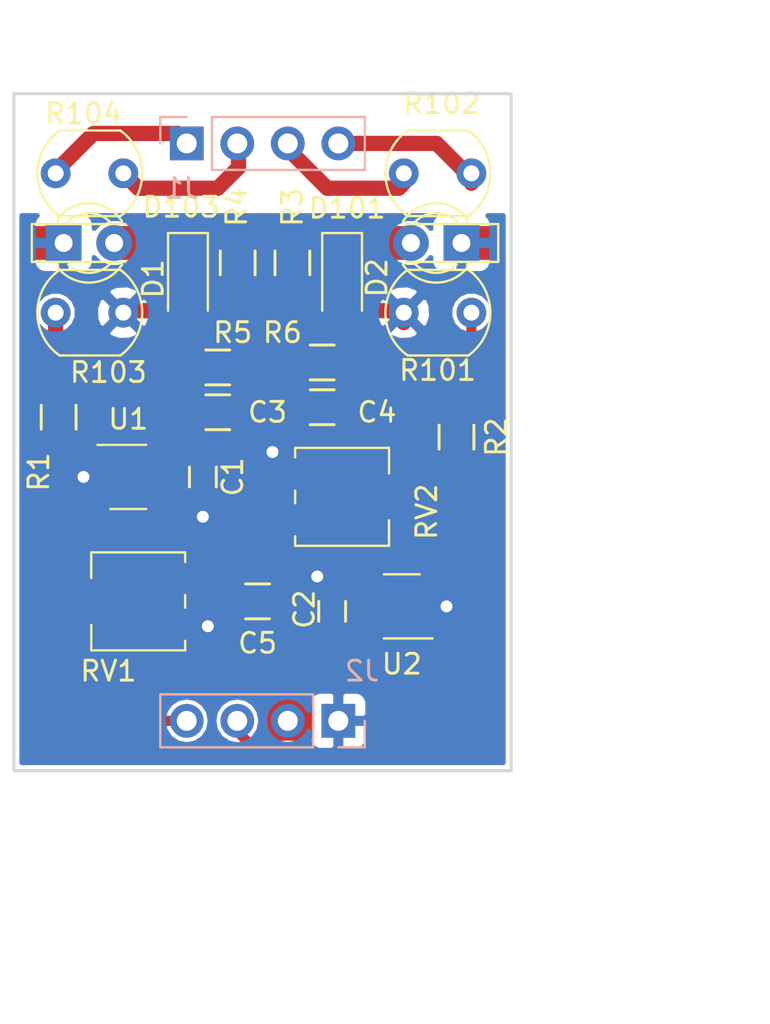
<source format=kicad_pcb>
(kicad_pcb (version 4) (host pcbnew 4.0.7-e0-6372~58~ubuntu16.10.1)

  (general
    (links 50)
    (no_connects 0)
    (area 20.175 12.3 62.85 65.200001)
    (thickness 1.6)
    (drawings 10)
    (tracks 139)
    (zones 0)
    (modules 27)
    (nets 17)
  )

  (page A4)
  (layers
    (0 F.Cu signal)
    (31 B.Cu signal)
    (32 B.Adhes user)
    (33 F.Adhes user)
    (34 B.Paste user)
    (35 F.Paste user)
    (36 B.SilkS user)
    (37 F.SilkS user)
    (38 B.Mask user)
    (39 F.Mask user)
    (40 Dwgs.User user)
    (41 Cmts.User user)
    (42 Eco1.User user)
    (43 Eco2.User user)
    (44 Edge.Cuts user)
    (45 Margin user)
    (46 B.CrtYd user)
    (47 F.CrtYd user)
    (48 B.Fab user)
    (49 F.Fab user)
  )

  (setup
    (last_trace_width 0.25)
    (user_trace_width 0.254)
    (user_trace_width 0.4)
    (user_trace_width 0.512)
    (user_trace_width 0.768)
    (trace_clearance 0.2)
    (zone_clearance 0.2)
    (zone_45_only no)
    (trace_min 0.2)
    (segment_width 0.2)
    (edge_width 0.15)
    (via_size 0.6)
    (via_drill 0.4)
    (via_min_size 0.4)
    (via_min_drill 0.3)
    (user_via 0.6 0.4)
    (user_via 0.9 0.6)
    (uvia_size 0.3)
    (uvia_drill 0.1)
    (uvias_allowed no)
    (uvia_min_size 0.2)
    (uvia_min_drill 0.1)
    (pcb_text_width 0.3)
    (pcb_text_size 1.5 1.5)
    (mod_edge_width 0.15)
    (mod_text_size 1 1)
    (mod_text_width 0.15)
    (pad_size 1.524 1.524)
    (pad_drill 0.762)
    (pad_to_mask_clearance 0.2)
    (aux_axis_origin 21 16.5)
    (grid_origin 21 16.5)
    (visible_elements FFFFFF7F)
    (pcbplotparams
      (layerselection 0x010f0_80000001)
      (usegerberextensions false)
      (excludeedgelayer true)
      (linewidth 0.100000)
      (plotframeref false)
      (viasonmask false)
      (mode 1)
      (useauxorigin true)
      (hpglpennumber 1)
      (hpglpenspeed 20)
      (hpglpendiameter 15)
      (hpglpenoverlay 2)
      (psnegative false)
      (psa4output false)
      (plotreference true)
      (plotvalue true)
      (plotinvisibletext false)
      (padsonsilk false)
      (subtractmaskfromsilk false)
      (outputformat 1)
      (mirror false)
      (drillshape 0)
      (scaleselection 1)
      (outputdirectory LDRUNIT_GERBER/))
  )

  (net 0 "")
  (net 1 GNDD)
  (net 2 "Net-(C3-Pad1)")
  (net 3 "Net-(C3-Pad2)")
  (net 4 "Net-(C4-Pad1)")
  (net 5 "Net-(C4-Pad2)")
  (net 6 "Net-(D1-Pad1)")
  (net 7 "Net-(D101-Pad2)")
  (net 8 "Net-(J1-Pad1)")
  (net 9 "Net-(J1-Pad2)")
  (net 10 "Net-(J1-Pad3)")
  (net 11 REFERENCE_1)
  (net 12 "Net-(R1-Pad1)")
  (net 13 REFERENCE_2)
  (net 14 "Net-(R101-Pad1)")
  (net 15 +3V3)
  (net 16 "Net-(J1-Pad4)")

  (net_class Default "This is the default net class."
    (clearance 0.2)
    (trace_width 0.25)
    (via_dia 0.6)
    (via_drill 0.4)
    (uvia_dia 0.3)
    (uvia_drill 0.1)
    (add_net +3V3)
    (add_net GNDD)
    (add_net "Net-(C3-Pad1)")
    (add_net "Net-(C3-Pad2)")
    (add_net "Net-(C4-Pad1)")
    (add_net "Net-(C4-Pad2)")
    (add_net "Net-(D1-Pad1)")
    (add_net "Net-(D101-Pad2)")
    (add_net "Net-(J1-Pad1)")
    (add_net "Net-(J1-Pad2)")
    (add_net "Net-(J1-Pad3)")
    (add_net "Net-(J1-Pad4)")
    (add_net "Net-(R1-Pad1)")
    (add_net "Net-(R101-Pad1)")
    (add_net REFERENCE_1)
    (add_net REFERENCE_2)
  )

  (module Resistors_SMD_Addons:R_0603_HandSolder (layer F.Cu) (tedit 5C5B5C90) (tstamp 5C58C2FF)
    (at 37 42.5 270)
    (descr "Resistor SMD 0603, reflow soldering, Vishay (see dcrcw.pdf)")
    (tags "resistor 0603 hand solder")
    (path /5C585449)
    (attr smd)
    (fp_text reference C2 (at -0.1 1.4 270) (layer F.SilkS)
      (effects (font (size 1 1) (thickness 0.15)))
    )
    (fp_text value "100 nF" (at 0 1.9 270) (layer F.Fab)
      (effects (font (size 1 1) (thickness 0.15)))
    )
    (fp_line (start -0.8 0.4) (end -0.8 -0.4) (layer F.Fab) (width 0.1))
    (fp_line (start 0.8 0.4) (end -0.8 0.4) (layer F.Fab) (width 0.1))
    (fp_line (start 0.8 -0.4) (end 0.8 0.4) (layer F.Fab) (width 0.1))
    (fp_line (start -0.8 -0.4) (end 0.8 -0.4) (layer F.Fab) (width 0.1))
    (fp_line (start -1.3 -0.8) (end 1.3 -0.8) (layer F.CrtYd) (width 0.05))
    (fp_line (start -1.3 0.8) (end 1.3 0.8) (layer F.CrtYd) (width 0.05))
    (fp_line (start -1.3 -0.8) (end -1.3 0.8) (layer F.CrtYd) (width 0.05))
    (fp_line (start 1.3 -0.8) (end 1.3 0.8) (layer F.CrtYd) (width 0.05))
    (fp_line (start 0.5 0.675) (end -0.5 0.675) (layer F.SilkS) (width 0.15))
    (fp_line (start -0.5 -0.675) (end 0.5 -0.675) (layer F.SilkS) (width 0.15))
    (pad 1 smd rect (at -0.95 0 270) (size 0.9 0.9) (layers F.Cu F.Paste F.Mask)
      (net 1 GNDD))
    (pad 2 smd rect (at 0.95 0 270) (size 0.9 0.9) (layers F.Cu F.Paste F.Mask)
      (net 15 +3V3))
    (model Resistors_SMD.3dshapes/R_0603.wrl
      (at (xyz 0 0 0))
      (scale (xyz 1 1 1))
      (rotate (xyz 0 0 0))
    )
  )

  (module Resistors_SMD_Addons:R_0603_HandSolder (layer F.Cu) (tedit 5C5B5BEB) (tstamp 5C58C2F9)
    (at 30.5 35.75 90)
    (descr "Resistor SMD 0603, reflow soldering, Vishay (see dcrcw.pdf)")
    (tags "resistor 0603 hand solder")
    (path /5C585367)
    (attr smd)
    (fp_text reference C1 (at 0 1.5 90) (layer F.SilkS)
      (effects (font (size 1 1) (thickness 0.15)))
    )
    (fp_text value "100 nF" (at 0 1.9 90) (layer F.Fab)
      (effects (font (size 1 1) (thickness 0.15)))
    )
    (fp_line (start -0.8 0.4) (end -0.8 -0.4) (layer F.Fab) (width 0.1))
    (fp_line (start 0.8 0.4) (end -0.8 0.4) (layer F.Fab) (width 0.1))
    (fp_line (start 0.8 -0.4) (end 0.8 0.4) (layer F.Fab) (width 0.1))
    (fp_line (start -0.8 -0.4) (end 0.8 -0.4) (layer F.Fab) (width 0.1))
    (fp_line (start -1.3 -0.8) (end 1.3 -0.8) (layer F.CrtYd) (width 0.05))
    (fp_line (start -1.3 0.8) (end 1.3 0.8) (layer F.CrtYd) (width 0.05))
    (fp_line (start -1.3 -0.8) (end -1.3 0.8) (layer F.CrtYd) (width 0.05))
    (fp_line (start 1.3 -0.8) (end 1.3 0.8) (layer F.CrtYd) (width 0.05))
    (fp_line (start 0.5 0.675) (end -0.5 0.675) (layer F.SilkS) (width 0.15))
    (fp_line (start -0.5 -0.675) (end 0.5 -0.675) (layer F.SilkS) (width 0.15))
    (pad 1 smd rect (at -0.95 0 90) (size 0.9 0.9) (layers F.Cu F.Paste F.Mask)
      (net 1 GNDD))
    (pad 2 smd rect (at 0.95 0 90) (size 0.9 0.9) (layers F.Cu F.Paste F.Mask)
      (net 15 +3V3))
    (model Resistors_SMD.3dshapes/R_0603.wrl
      (at (xyz 0 0 0))
      (scale (xyz 1 1 1))
      (rotate (xyz 0 0 0))
    )
  )

  (module Resistors_SMD_Addons:R_0805_HandSolder (layer F.Cu) (tedit 5C5B5BE2) (tstamp 5C58C305)
    (at 31.25 32.5)
    (descr "Resistor SMD 0805, reflow soldering, Vishay (see dcrcw.pdf)")
    (tags "resistor 0805 handsoldering")
    (path /5C58F9C3)
    (attr smd)
    (fp_text reference C3 (at 2.5 0) (layer F.SilkS)
      (effects (font (size 1 1) (thickness 0.15)))
    )
    (fp_text value C (at 0 2.1) (layer F.Fab)
      (effects (font (size 1 1) (thickness 0.15)))
    )
    (fp_line (start -1 0.625) (end -1 -0.625) (layer F.Fab) (width 0.1))
    (fp_line (start 1 0.625) (end -1 0.625) (layer F.Fab) (width 0.1))
    (fp_line (start 1 -0.625) (end 1 0.625) (layer F.Fab) (width 0.1))
    (fp_line (start -1 -0.625) (end 1 -0.625) (layer F.Fab) (width 0.1))
    (fp_line (start -1.6 -1) (end 1.6 -1) (layer F.CrtYd) (width 0.05))
    (fp_line (start -1.6 1) (end 1.6 1) (layer F.CrtYd) (width 0.05))
    (fp_line (start -1.6 -1) (end -1.6 1) (layer F.CrtYd) (width 0.05))
    (fp_line (start 1.6 -1) (end 1.6 1) (layer F.CrtYd) (width 0.05))
    (fp_line (start 0.6 0.875) (end -0.6 0.875) (layer F.SilkS) (width 0.15))
    (fp_line (start -0.6 -0.875) (end 0.6 -0.875) (layer F.SilkS) (width 0.15))
    (pad 1 smd rect (at -1.05 0) (size 1 1.3) (layers F.Cu F.Paste F.Mask)
      (net 2 "Net-(C3-Pad1)"))
    (pad 2 smd rect (at 1.05 0) (size 1 1.3) (layers F.Cu F.Paste F.Mask)
      (net 3 "Net-(C3-Pad2)"))
    (model Resistors_SMD.3dshapes/R_0805.wrl
      (at (xyz 0 0 0))
      (scale (xyz 1 1 1))
      (rotate (xyz 0 0 0))
    )
  )

  (module Resistors_SMD_Addons:R_0805_HandSolder (layer F.Cu) (tedit 5C5B5FAA) (tstamp 5C58C30B)
    (at 36.5 32.25)
    (descr "Resistor SMD 0805, reflow soldering, Vishay (see dcrcw.pdf)")
    (tags "resistor 0805 handsoldering")
    (path /5C58F92D)
    (attr smd)
    (fp_text reference C4 (at 2.75 0.25) (layer F.SilkS)
      (effects (font (size 1 1) (thickness 0.15)))
    )
    (fp_text value C (at 0 2.1) (layer F.Fab)
      (effects (font (size 1 1) (thickness 0.15)))
    )
    (fp_line (start -1 0.625) (end -1 -0.625) (layer F.Fab) (width 0.1))
    (fp_line (start 1 0.625) (end -1 0.625) (layer F.Fab) (width 0.1))
    (fp_line (start 1 -0.625) (end 1 0.625) (layer F.Fab) (width 0.1))
    (fp_line (start -1 -0.625) (end 1 -0.625) (layer F.Fab) (width 0.1))
    (fp_line (start -1.6 -1) (end 1.6 -1) (layer F.CrtYd) (width 0.05))
    (fp_line (start -1.6 1) (end 1.6 1) (layer F.CrtYd) (width 0.05))
    (fp_line (start -1.6 -1) (end -1.6 1) (layer F.CrtYd) (width 0.05))
    (fp_line (start 1.6 -1) (end 1.6 1) (layer F.CrtYd) (width 0.05))
    (fp_line (start 0.6 0.875) (end -0.6 0.875) (layer F.SilkS) (width 0.15))
    (fp_line (start -0.6 -0.875) (end 0.6 -0.875) (layer F.SilkS) (width 0.15))
    (pad 1 smd rect (at -1.05 0) (size 1 1.3) (layers F.Cu F.Paste F.Mask)
      (net 4 "Net-(C4-Pad1)"))
    (pad 2 smd rect (at 1.05 0) (size 1 1.3) (layers F.Cu F.Paste F.Mask)
      (net 5 "Net-(C4-Pad2)"))
    (model Resistors_SMD.3dshapes/R_0805.wrl
      (at (xyz 0 0 0))
      (scale (xyz 1 1 1))
      (rotate (xyz 0 0 0))
    )
  )

  (module Diodes_SMD:D_SOD-123 (layer F.Cu) (tedit 5C5B5D92) (tstamp 5C58C311)
    (at 29.75 25.75 270)
    (descr SOD-123)
    (tags SOD-123)
    (path /5C584B75)
    (attr smd)
    (fp_text reference D1 (at 0.05 1.75 450) (layer F.SilkS)
      (effects (font (size 1 1) (thickness 0.15)))
    )
    (fp_text value D_Zener (at 0 2.1 270) (layer F.Fab)
      (effects (font (size 1 1) (thickness 0.15)))
    )
    (fp_text user %R (at 0 -2 270) (layer F.Fab)
      (effects (font (size 1 1) (thickness 0.15)))
    )
    (fp_line (start -2.25 -1) (end -2.25 1) (layer F.SilkS) (width 0.12))
    (fp_line (start 0.25 0) (end 0.75 0) (layer F.Fab) (width 0.1))
    (fp_line (start 0.25 0.4) (end -0.35 0) (layer F.Fab) (width 0.1))
    (fp_line (start 0.25 -0.4) (end 0.25 0.4) (layer F.Fab) (width 0.1))
    (fp_line (start -0.35 0) (end 0.25 -0.4) (layer F.Fab) (width 0.1))
    (fp_line (start -0.35 0) (end -0.35 0.55) (layer F.Fab) (width 0.1))
    (fp_line (start -0.35 0) (end -0.35 -0.55) (layer F.Fab) (width 0.1))
    (fp_line (start -0.75 0) (end -0.35 0) (layer F.Fab) (width 0.1))
    (fp_line (start -1.4 0.9) (end -1.4 -0.9) (layer F.Fab) (width 0.1))
    (fp_line (start 1.4 0.9) (end -1.4 0.9) (layer F.Fab) (width 0.1))
    (fp_line (start 1.4 -0.9) (end 1.4 0.9) (layer F.Fab) (width 0.1))
    (fp_line (start -1.4 -0.9) (end 1.4 -0.9) (layer F.Fab) (width 0.1))
    (fp_line (start -2.35 -1.15) (end 2.35 -1.15) (layer F.CrtYd) (width 0.05))
    (fp_line (start 2.35 -1.15) (end 2.35 1.15) (layer F.CrtYd) (width 0.05))
    (fp_line (start 2.35 1.15) (end -2.35 1.15) (layer F.CrtYd) (width 0.05))
    (fp_line (start -2.35 -1.15) (end -2.35 1.15) (layer F.CrtYd) (width 0.05))
    (fp_line (start -2.25 1) (end 1.65 1) (layer F.SilkS) (width 0.12))
    (fp_line (start -2.25 -1) (end 1.65 -1) (layer F.SilkS) (width 0.12))
    (pad 1 smd rect (at -1.65 0 270) (size 0.9 1.2) (layers F.Cu F.Paste F.Mask)
      (net 6 "Net-(D1-Pad1)"))
    (pad 2 smd rect (at 1.65 0 270) (size 0.9 1.2) (layers F.Cu F.Paste F.Mask)
      (net 1 GNDD))
    (model ${KISYS3DMOD}/Diodes_SMD.3dshapes/D_SOD-123.wrl
      (at (xyz 0 0 0))
      (scale (xyz 1 1 1))
      (rotate (xyz 0 0 0))
    )
  )

  (module Diodes_SMD:D_SOD-123 (layer F.Cu) (tedit 5C5B5E92) (tstamp 5C58C317)
    (at 37.5 25.75 270)
    (descr SOD-123)
    (tags SOD-123)
    (path /5C584A91)
    (attr smd)
    (fp_text reference D2 (at 0 -1.75 270) (layer F.SilkS)
      (effects (font (size 1 1) (thickness 0.15)))
    )
    (fp_text value D_Zener (at 0 2.1 270) (layer F.Fab)
      (effects (font (size 1 1) (thickness 0.15)))
    )
    (fp_text user %R (at 0 -2 270) (layer F.Fab)
      (effects (font (size 1 1) (thickness 0.15)))
    )
    (fp_line (start -2.25 -1) (end -2.25 1) (layer F.SilkS) (width 0.12))
    (fp_line (start 0.25 0) (end 0.75 0) (layer F.Fab) (width 0.1))
    (fp_line (start 0.25 0.4) (end -0.35 0) (layer F.Fab) (width 0.1))
    (fp_line (start 0.25 -0.4) (end 0.25 0.4) (layer F.Fab) (width 0.1))
    (fp_line (start -0.35 0) (end 0.25 -0.4) (layer F.Fab) (width 0.1))
    (fp_line (start -0.35 0) (end -0.35 0.55) (layer F.Fab) (width 0.1))
    (fp_line (start -0.35 0) (end -0.35 -0.55) (layer F.Fab) (width 0.1))
    (fp_line (start -0.75 0) (end -0.35 0) (layer F.Fab) (width 0.1))
    (fp_line (start -1.4 0.9) (end -1.4 -0.9) (layer F.Fab) (width 0.1))
    (fp_line (start 1.4 0.9) (end -1.4 0.9) (layer F.Fab) (width 0.1))
    (fp_line (start 1.4 -0.9) (end 1.4 0.9) (layer F.Fab) (width 0.1))
    (fp_line (start -1.4 -0.9) (end 1.4 -0.9) (layer F.Fab) (width 0.1))
    (fp_line (start -2.35 -1.15) (end 2.35 -1.15) (layer F.CrtYd) (width 0.05))
    (fp_line (start 2.35 -1.15) (end 2.35 1.15) (layer F.CrtYd) (width 0.05))
    (fp_line (start 2.35 1.15) (end -2.35 1.15) (layer F.CrtYd) (width 0.05))
    (fp_line (start -2.35 -1.15) (end -2.35 1.15) (layer F.CrtYd) (width 0.05))
    (fp_line (start -2.25 1) (end 1.65 1) (layer F.SilkS) (width 0.12))
    (fp_line (start -2.25 -1) (end 1.65 -1) (layer F.SilkS) (width 0.12))
    (pad 1 smd rect (at -1.65 0 270) (size 0.9 1.2) (layers F.Cu F.Paste F.Mask)
      (net 7 "Net-(D101-Pad2)"))
    (pad 2 smd rect (at 1.65 0 270) (size 0.9 1.2) (layers F.Cu F.Paste F.Mask)
      (net 1 GNDD))
    (model ${KISYS3DMOD}/Diodes_SMD.3dshapes/D_SOD-123.wrl
      (at (xyz 0 0 0))
      (scale (xyz 1 1 1))
      (rotate (xyz 0 0 0))
    )
  )

  (module LEDs:LED_1206_HandSoldering (layer F.Cu) (tedit 5C5B5E86) (tstamp 5C58C31D)
    (at 42.25 24 180)
    (descr "LED SMD 1206, hand soldering")
    (tags "LED 1206")
    (path /5C58415D)
    (attr smd)
    (fp_text reference D101 (at 4.5 1.75 360) (layer F.SilkS)
      (effects (font (size 1 1) (thickness 0.15)))
    )
    (fp_text value LED (at 0 1.9 180) (layer F.Fab)
      (effects (font (size 1 1) (thickness 0.15)))
    )
    (fp_line (start -3.1 -0.95) (end -3.1 0.95) (layer F.SilkS) (width 0.12))
    (fp_line (start -0.4 0) (end 0.2 -0.4) (layer F.Fab) (width 0.1))
    (fp_line (start 0.2 -0.4) (end 0.2 0.4) (layer F.Fab) (width 0.1))
    (fp_line (start 0.2 0.4) (end -0.4 0) (layer F.Fab) (width 0.1))
    (fp_line (start -0.45 -0.4) (end -0.45 0.4) (layer F.Fab) (width 0.1))
    (fp_line (start -1.6 0.8) (end -1.6 -0.8) (layer F.Fab) (width 0.1))
    (fp_line (start 1.6 0.8) (end -1.6 0.8) (layer F.Fab) (width 0.1))
    (fp_line (start 1.6 -0.8) (end 1.6 0.8) (layer F.Fab) (width 0.1))
    (fp_line (start -1.6 -0.8) (end 1.6 -0.8) (layer F.Fab) (width 0.1))
    (fp_line (start -3.1 0.95) (end 1.6 0.95) (layer F.SilkS) (width 0.12))
    (fp_line (start -3.1 -0.95) (end 1.6 -0.95) (layer F.SilkS) (width 0.12))
    (fp_line (start -3.25 -1.11) (end 3.25 -1.11) (layer F.CrtYd) (width 0.05))
    (fp_line (start -3.25 -1.11) (end -3.25 1.1) (layer F.CrtYd) (width 0.05))
    (fp_line (start 3.25 1.1) (end 3.25 -1.11) (layer F.CrtYd) (width 0.05))
    (fp_line (start 3.25 1.1) (end -3.25 1.1) (layer F.CrtYd) (width 0.05))
    (pad 1 smd rect (at -2 0 180) (size 2 1.7) (layers F.Cu F.Paste F.Mask)
      (net 1 GNDD))
    (pad 2 smd rect (at 2 0 180) (size 2 1.7) (layers F.Cu F.Paste F.Mask)
      (net 7 "Net-(D101-Pad2)"))
    (model ${KISYS3DMOD}/LEDs.3dshapes/LED_1206.wrl
      (at (xyz 0 0 0))
      (scale (xyz 1 1 1))
      (rotate (xyz 0 0 180))
    )
  )

  (module LEDs:LED_D3.0mm (layer F.Cu) (tedit 5C5B5D23) (tstamp 5C58C323)
    (at 43.5 24 180)
    (descr "LED, diameter 3.0mm, 2 pins")
    (tags "LED diameter 3.0mm 2 pins")
    (path /5C59AE58)
    (fp_text reference D102 (at 1.27 -2.96 180) (layer F.Fab)
      (effects (font (size 1 1) (thickness 0.15)))
    )
    (fp_text value LED (at 1.27 2.96 180) (layer F.Fab)
      (effects (font (size 1 1) (thickness 0.15)))
    )
    (fp_arc (start 1.27 0) (end -0.23 -1.16619) (angle 284.3) (layer F.Fab) (width 0.1))
    (fp_arc (start 1.27 0) (end -0.29 -1.235516) (angle 108.8) (layer F.SilkS) (width 0.12))
    (fp_arc (start 1.27 0) (end -0.29 1.235516) (angle -108.8) (layer F.SilkS) (width 0.12))
    (fp_arc (start 1.27 0) (end 0.229039 -1.08) (angle 87.9) (layer F.SilkS) (width 0.12))
    (fp_arc (start 1.27 0) (end 0.229039 1.08) (angle -87.9) (layer F.SilkS) (width 0.12))
    (fp_circle (center 1.27 0) (end 2.77 0) (layer F.Fab) (width 0.1))
    (fp_line (start -0.23 -1.16619) (end -0.23 1.16619) (layer F.Fab) (width 0.1))
    (fp_line (start -0.29 -1.236) (end -0.29 -1.08) (layer F.SilkS) (width 0.12))
    (fp_line (start -0.29 1.08) (end -0.29 1.236) (layer F.SilkS) (width 0.12))
    (fp_line (start -1.15 -2.25) (end -1.15 2.25) (layer F.CrtYd) (width 0.05))
    (fp_line (start -1.15 2.25) (end 3.7 2.25) (layer F.CrtYd) (width 0.05))
    (fp_line (start 3.7 2.25) (end 3.7 -2.25) (layer F.CrtYd) (width 0.05))
    (fp_line (start 3.7 -2.25) (end -1.15 -2.25) (layer F.CrtYd) (width 0.05))
    (pad 1 thru_hole rect (at 0 0 180) (size 1.8 1.8) (drill 0.9) (layers *.Cu *.Mask)
      (net 1 GNDD))
    (pad 2 thru_hole circle (at 2.54 0 180) (size 1.8 1.8) (drill 0.9) (layers *.Cu *.Mask)
      (net 7 "Net-(D101-Pad2)"))
    (model ${KISYS3DMOD}/LEDs.3dshapes/LED_D3.0mm.wrl
      (at (xyz 0 0 0))
      (scale (xyz 0.393701 0.393701 0.393701))
      (rotate (xyz 0 0 0))
    )
  )

  (module LEDs:LED_1206_HandSoldering (layer F.Cu) (tedit 5C5B5D7B) (tstamp 5C58C329)
    (at 25 24)
    (descr "LED SMD 1206, hand soldering")
    (tags "LED 1206")
    (path /5C5842A3)
    (attr smd)
    (fp_text reference D103 (at 4.4 -1.8 180) (layer F.SilkS)
      (effects (font (size 1 1) (thickness 0.15)))
    )
    (fp_text value LED (at 0 1.9) (layer F.Fab)
      (effects (font (size 1 1) (thickness 0.15)))
    )
    (fp_line (start -3.1 -0.95) (end -3.1 0.95) (layer F.SilkS) (width 0.12))
    (fp_line (start -0.4 0) (end 0.2 -0.4) (layer F.Fab) (width 0.1))
    (fp_line (start 0.2 -0.4) (end 0.2 0.4) (layer F.Fab) (width 0.1))
    (fp_line (start 0.2 0.4) (end -0.4 0) (layer F.Fab) (width 0.1))
    (fp_line (start -0.45 -0.4) (end -0.45 0.4) (layer F.Fab) (width 0.1))
    (fp_line (start -1.6 0.8) (end -1.6 -0.8) (layer F.Fab) (width 0.1))
    (fp_line (start 1.6 0.8) (end -1.6 0.8) (layer F.Fab) (width 0.1))
    (fp_line (start 1.6 -0.8) (end 1.6 0.8) (layer F.Fab) (width 0.1))
    (fp_line (start -1.6 -0.8) (end 1.6 -0.8) (layer F.Fab) (width 0.1))
    (fp_line (start -3.1 0.95) (end 1.6 0.95) (layer F.SilkS) (width 0.12))
    (fp_line (start -3.1 -0.95) (end 1.6 -0.95) (layer F.SilkS) (width 0.12))
    (fp_line (start -3.25 -1.11) (end 3.25 -1.11) (layer F.CrtYd) (width 0.05))
    (fp_line (start -3.25 -1.11) (end -3.25 1.1) (layer F.CrtYd) (width 0.05))
    (fp_line (start 3.25 1.1) (end 3.25 -1.11) (layer F.CrtYd) (width 0.05))
    (fp_line (start 3.25 1.1) (end -3.25 1.1) (layer F.CrtYd) (width 0.05))
    (pad 1 smd rect (at -2 0) (size 2 1.7) (layers F.Cu F.Paste F.Mask)
      (net 1 GNDD))
    (pad 2 smd rect (at 2 0) (size 2 1.7) (layers F.Cu F.Paste F.Mask)
      (net 6 "Net-(D1-Pad1)"))
    (model ${KISYS3DMOD}/LEDs.3dshapes/LED_1206.wrl
      (at (xyz 0 0 0))
      (scale (xyz 1 1 1))
      (rotate (xyz 0 0 180))
    )
  )

  (module LEDs:LED_D3.0mm (layer F.Cu) (tedit 5C5B5D2E) (tstamp 5C58C32F)
    (at 23.5 24)
    (descr "LED, diameter 3.0mm, 2 pins")
    (tags "LED diameter 3.0mm 2 pins")
    (path /5C59AF55)
    (fp_text reference D104 (at 1.27 -2.96) (layer F.Fab)
      (effects (font (size 1 1) (thickness 0.15)))
    )
    (fp_text value LED (at 1.27 2.96) (layer F.Fab)
      (effects (font (size 1 1) (thickness 0.15)))
    )
    (fp_arc (start 1.27 0) (end -0.23 -1.16619) (angle 284.3) (layer F.Fab) (width 0.1))
    (fp_arc (start 1.27 0) (end -0.29 -1.235516) (angle 108.8) (layer F.SilkS) (width 0.12))
    (fp_arc (start 1.27 0) (end -0.29 1.235516) (angle -108.8) (layer F.SilkS) (width 0.12))
    (fp_arc (start 1.27 0) (end 0.229039 -1.08) (angle 87.9) (layer F.SilkS) (width 0.12))
    (fp_arc (start 1.27 0) (end 0.229039 1.08) (angle -87.9) (layer F.SilkS) (width 0.12))
    (fp_circle (center 1.27 0) (end 2.77 0) (layer F.Fab) (width 0.1))
    (fp_line (start -0.23 -1.16619) (end -0.23 1.16619) (layer F.Fab) (width 0.1))
    (fp_line (start -0.29 -1.236) (end -0.29 -1.08) (layer F.SilkS) (width 0.12))
    (fp_line (start -0.29 1.08) (end -0.29 1.236) (layer F.SilkS) (width 0.12))
    (fp_line (start -1.15 -2.25) (end -1.15 2.25) (layer F.CrtYd) (width 0.05))
    (fp_line (start -1.15 2.25) (end 3.7 2.25) (layer F.CrtYd) (width 0.05))
    (fp_line (start 3.7 2.25) (end 3.7 -2.25) (layer F.CrtYd) (width 0.05))
    (fp_line (start 3.7 -2.25) (end -1.15 -2.25) (layer F.CrtYd) (width 0.05))
    (pad 1 thru_hole rect (at 0 0) (size 1.8 1.8) (drill 0.9) (layers *.Cu *.Mask)
      (net 1 GNDD))
    (pad 2 thru_hole circle (at 2.54 0) (size 1.8 1.8) (drill 0.9) (layers *.Cu *.Mask)
      (net 6 "Net-(D1-Pad1)"))
    (model ${KISYS3DMOD}/LEDs.3dshapes/LED_D3.0mm.wrl
      (at (xyz 0 0 0))
      (scale (xyz 0.393701 0.393701 0.393701))
      (rotate (xyz 0 0 0))
    )
  )

  (module Resistors_SMD_Addons:R_0805_HandSolder (layer F.Cu) (tedit 5C5B5BF1) (tstamp 5C58C344)
    (at 23.25 32.75 270)
    (descr "Resistor SMD 0805, reflow soldering, Vishay (see dcrcw.pdf)")
    (tags "resistor 0805 handsoldering")
    (path /5C586AB6)
    (attr smd)
    (fp_text reference R1 (at 2.75 1 270) (layer F.SilkS)
      (effects (font (size 1 1) (thickness 0.15)))
    )
    (fp_text value R (at 0 2.1 270) (layer F.Fab)
      (effects (font (size 1 1) (thickness 0.15)))
    )
    (fp_line (start -1 0.625) (end -1 -0.625) (layer F.Fab) (width 0.1))
    (fp_line (start 1 0.625) (end -1 0.625) (layer F.Fab) (width 0.1))
    (fp_line (start 1 -0.625) (end 1 0.625) (layer F.Fab) (width 0.1))
    (fp_line (start -1 -0.625) (end 1 -0.625) (layer F.Fab) (width 0.1))
    (fp_line (start -1.6 -1) (end 1.6 -1) (layer F.CrtYd) (width 0.05))
    (fp_line (start -1.6 1) (end 1.6 1) (layer F.CrtYd) (width 0.05))
    (fp_line (start -1.6 -1) (end -1.6 1) (layer F.CrtYd) (width 0.05))
    (fp_line (start 1.6 -1) (end 1.6 1) (layer F.CrtYd) (width 0.05))
    (fp_line (start 0.6 0.875) (end -0.6 0.875) (layer F.SilkS) (width 0.15))
    (fp_line (start -0.6 -0.875) (end 0.6 -0.875) (layer F.SilkS) (width 0.15))
    (pad 1 smd rect (at -1.05 0 270) (size 1 1.3) (layers F.Cu F.Paste F.Mask)
      (net 12 "Net-(R1-Pad1)"))
    (pad 2 smd rect (at 1.05 0 270) (size 1 1.3) (layers F.Cu F.Paste F.Mask)
      (net 13 REFERENCE_2))
    (model Resistors_SMD.3dshapes/R_0805.wrl
      (at (xyz 0 0 0))
      (scale (xyz 1 1 1))
      (rotate (xyz 0 0 0))
    )
  )

  (module Resistors_SMD_Addons:R_0805_HandSolder (layer F.Cu) (tedit 5C5B5B9F) (tstamp 5C58C34A)
    (at 43.25 33.75 90)
    (descr "Resistor SMD 0805, reflow soldering, Vishay (see dcrcw.pdf)")
    (tags "resistor 0805 handsoldering")
    (path /5C586109)
    (attr smd)
    (fp_text reference R2 (at 0 2 90) (layer F.SilkS)
      (effects (font (size 1 1) (thickness 0.15)))
    )
    (fp_text value R (at 0 2.1 90) (layer F.Fab)
      (effects (font (size 1 1) (thickness 0.15)))
    )
    (fp_line (start -1 0.625) (end -1 -0.625) (layer F.Fab) (width 0.1))
    (fp_line (start 1 0.625) (end -1 0.625) (layer F.Fab) (width 0.1))
    (fp_line (start 1 -0.625) (end 1 0.625) (layer F.Fab) (width 0.1))
    (fp_line (start -1 -0.625) (end 1 -0.625) (layer F.Fab) (width 0.1))
    (fp_line (start -1.6 -1) (end 1.6 -1) (layer F.CrtYd) (width 0.05))
    (fp_line (start -1.6 1) (end 1.6 1) (layer F.CrtYd) (width 0.05))
    (fp_line (start -1.6 -1) (end -1.6 1) (layer F.CrtYd) (width 0.05))
    (fp_line (start 1.6 -1) (end 1.6 1) (layer F.CrtYd) (width 0.05))
    (fp_line (start 0.6 0.875) (end -0.6 0.875) (layer F.SilkS) (width 0.15))
    (fp_line (start -0.6 -0.875) (end 0.6 -0.875) (layer F.SilkS) (width 0.15))
    (pad 1 smd rect (at -1.05 0 90) (size 1 1.3) (layers F.Cu F.Paste F.Mask)
      (net 11 REFERENCE_1))
    (pad 2 smd rect (at 1.05 0 90) (size 1 1.3) (layers F.Cu F.Paste F.Mask)
      (net 14 "Net-(R101-Pad1)"))
    (model Resistors_SMD.3dshapes/R_0805.wrl
      (at (xyz 0 0 0))
      (scale (xyz 1 1 1))
      (rotate (xyz 0 0 0))
    )
  )

  (module Resistors_SMD_Addons:R_0805_HandSolder (layer F.Cu) (tedit 5C5B5D75) (tstamp 5C58C350)
    (at 35 25 270)
    (descr "Resistor SMD 0805, reflow soldering, Vishay (see dcrcw.pdf)")
    (tags "resistor 0805 handsoldering")
    (path /5C5850D8)
    (attr smd)
    (fp_text reference R3 (at -2.8 0 270) (layer F.SilkS)
      (effects (font (size 1 1) (thickness 0.15)))
    )
    (fp_text value R (at 0 2.1 270) (layer F.Fab)
      (effects (font (size 1 1) (thickness 0.15)))
    )
    (fp_line (start -1 0.625) (end -1 -0.625) (layer F.Fab) (width 0.1))
    (fp_line (start 1 0.625) (end -1 0.625) (layer F.Fab) (width 0.1))
    (fp_line (start 1 -0.625) (end 1 0.625) (layer F.Fab) (width 0.1))
    (fp_line (start -1 -0.625) (end 1 -0.625) (layer F.Fab) (width 0.1))
    (fp_line (start -1.6 -1) (end 1.6 -1) (layer F.CrtYd) (width 0.05))
    (fp_line (start -1.6 1) (end 1.6 1) (layer F.CrtYd) (width 0.05))
    (fp_line (start -1.6 -1) (end -1.6 1) (layer F.CrtYd) (width 0.05))
    (fp_line (start 1.6 -1) (end 1.6 1) (layer F.CrtYd) (width 0.05))
    (fp_line (start 0.6 0.875) (end -0.6 0.875) (layer F.SilkS) (width 0.15))
    (fp_line (start -0.6 -0.875) (end 0.6 -0.875) (layer F.SilkS) (width 0.15))
    (pad 1 smd rect (at -1.05 0 270) (size 1 1.3) (layers F.Cu F.Paste F.Mask)
      (net 7 "Net-(D101-Pad2)"))
    (pad 2 smd rect (at 1.05 0 270) (size 1 1.3) (layers F.Cu F.Paste F.Mask)
      (net 4 "Net-(C4-Pad1)"))
    (model Resistors_SMD.3dshapes/R_0805.wrl
      (at (xyz 0 0 0))
      (scale (xyz 1 1 1))
      (rotate (xyz 0 0 0))
    )
  )

  (module Resistors_SMD_Addons:R_0805_HandSolder (layer F.Cu) (tedit 5C5B5D78) (tstamp 5C58C356)
    (at 32.25 25 270)
    (descr "Resistor SMD 0805, reflow soldering, Vishay (see dcrcw.pdf)")
    (tags "resistor 0805 handsoldering")
    (path /5C585162)
    (attr smd)
    (fp_text reference R4 (at -2.8 0.05 270) (layer F.SilkS)
      (effects (font (size 1 1) (thickness 0.15)))
    )
    (fp_text value R (at 0 2.1 270) (layer F.Fab)
      (effects (font (size 1 1) (thickness 0.15)))
    )
    (fp_line (start -1 0.625) (end -1 -0.625) (layer F.Fab) (width 0.1))
    (fp_line (start 1 0.625) (end -1 0.625) (layer F.Fab) (width 0.1))
    (fp_line (start 1 -0.625) (end 1 0.625) (layer F.Fab) (width 0.1))
    (fp_line (start -1 -0.625) (end 1 -0.625) (layer F.Fab) (width 0.1))
    (fp_line (start -1.6 -1) (end 1.6 -1) (layer F.CrtYd) (width 0.05))
    (fp_line (start -1.6 1) (end 1.6 1) (layer F.CrtYd) (width 0.05))
    (fp_line (start -1.6 -1) (end -1.6 1) (layer F.CrtYd) (width 0.05))
    (fp_line (start 1.6 -1) (end 1.6 1) (layer F.CrtYd) (width 0.05))
    (fp_line (start 0.6 0.875) (end -0.6 0.875) (layer F.SilkS) (width 0.15))
    (fp_line (start -0.6 -0.875) (end 0.6 -0.875) (layer F.SilkS) (width 0.15))
    (pad 1 smd rect (at -1.05 0 270) (size 1 1.3) (layers F.Cu F.Paste F.Mask)
      (net 6 "Net-(D1-Pad1)"))
    (pad 2 smd rect (at 1.05 0 270) (size 1 1.3) (layers F.Cu F.Paste F.Mask)
      (net 2 "Net-(C3-Pad1)"))
    (model Resistors_SMD.3dshapes/R_0805.wrl
      (at (xyz 0 0 0))
      (scale (xyz 1 1 1))
      (rotate (xyz 0 0 0))
    )
  )

  (module Resistors_SMD_Addons:R_0805_HandSolder (layer F.Cu) (tedit 5C5B5BBD) (tstamp 5C58C35C)
    (at 31.25 30.25)
    (descr "Resistor SMD 0805, reflow soldering, Vishay (see dcrcw.pdf)")
    (tags "resistor 0805 handsoldering")
    (path /5C58FB83)
    (attr smd)
    (fp_text reference R5 (at 0.75 -1.75) (layer F.SilkS)
      (effects (font (size 1 1) (thickness 0.15)))
    )
    (fp_text value R (at 0 2.1) (layer F.Fab)
      (effects (font (size 1 1) (thickness 0.15)))
    )
    (fp_line (start -1 0.625) (end -1 -0.625) (layer F.Fab) (width 0.1))
    (fp_line (start 1 0.625) (end -1 0.625) (layer F.Fab) (width 0.1))
    (fp_line (start 1 -0.625) (end 1 0.625) (layer F.Fab) (width 0.1))
    (fp_line (start -1 -0.625) (end 1 -0.625) (layer F.Fab) (width 0.1))
    (fp_line (start -1.6 -1) (end 1.6 -1) (layer F.CrtYd) (width 0.05))
    (fp_line (start -1.6 1) (end 1.6 1) (layer F.CrtYd) (width 0.05))
    (fp_line (start -1.6 -1) (end -1.6 1) (layer F.CrtYd) (width 0.05))
    (fp_line (start 1.6 -1) (end 1.6 1) (layer F.CrtYd) (width 0.05))
    (fp_line (start 0.6 0.875) (end -0.6 0.875) (layer F.SilkS) (width 0.15))
    (fp_line (start -0.6 -0.875) (end 0.6 -0.875) (layer F.SilkS) (width 0.15))
    (pad 1 smd rect (at -1.05 0) (size 1 1.3) (layers F.Cu F.Paste F.Mask)
      (net 2 "Net-(C3-Pad1)"))
    (pad 2 smd rect (at 1.05 0) (size 1 1.3) (layers F.Cu F.Paste F.Mask)
      (net 3 "Net-(C3-Pad2)"))
    (model Resistors_SMD.3dshapes/R_0805.wrl
      (at (xyz 0 0 0))
      (scale (xyz 1 1 1))
      (rotate (xyz 0 0 0))
    )
  )

  (module Resistors_SMD_Addons:R_0805_HandSolder (layer F.Cu) (tedit 5C5B5BAA) (tstamp 5C58C362)
    (at 36.5 30)
    (descr "Resistor SMD 0805, reflow soldering, Vishay (see dcrcw.pdf)")
    (tags "resistor 0805 handsoldering")
    (path /5C58FC44)
    (attr smd)
    (fp_text reference R6 (at -2 -1.5) (layer F.SilkS)
      (effects (font (size 1 1) (thickness 0.15)))
    )
    (fp_text value R (at 0 2.1) (layer F.Fab)
      (effects (font (size 1 1) (thickness 0.15)))
    )
    (fp_line (start -1 0.625) (end -1 -0.625) (layer F.Fab) (width 0.1))
    (fp_line (start 1 0.625) (end -1 0.625) (layer F.Fab) (width 0.1))
    (fp_line (start 1 -0.625) (end 1 0.625) (layer F.Fab) (width 0.1))
    (fp_line (start -1 -0.625) (end 1 -0.625) (layer F.Fab) (width 0.1))
    (fp_line (start -1.6 -1) (end 1.6 -1) (layer F.CrtYd) (width 0.05))
    (fp_line (start -1.6 1) (end 1.6 1) (layer F.CrtYd) (width 0.05))
    (fp_line (start -1.6 -1) (end -1.6 1) (layer F.CrtYd) (width 0.05))
    (fp_line (start 1.6 -1) (end 1.6 1) (layer F.CrtYd) (width 0.05))
    (fp_line (start 0.6 0.875) (end -0.6 0.875) (layer F.SilkS) (width 0.15))
    (fp_line (start -0.6 -0.875) (end 0.6 -0.875) (layer F.SilkS) (width 0.15))
    (pad 1 smd rect (at -1.05 0) (size 1 1.3) (layers F.Cu F.Paste F.Mask)
      (net 4 "Net-(C4-Pad1)"))
    (pad 2 smd rect (at 1.05 0) (size 1 1.3) (layers F.Cu F.Paste F.Mask)
      (net 5 "Net-(C4-Pad2)"))
    (model Resistors_SMD.3dshapes/R_0805.wrl
      (at (xyz 0 0 0))
      (scale (xyz 1 1 1))
      (rotate (xyz 0 0 0))
    )
  )

  (module Opto-Devices:Resistor_LDR_5.1x4.3_RM3.4 (layer F.Cu) (tedit 588BCF70) (tstamp 5C58C368)
    (at 44 27.5 180)
    (descr "Resistor, LDR 5.1x3.4mm")
    (tags "Resistor LDR5.1x3.4mm")
    (path /5C583A64)
    (fp_text reference R101 (at 1.7 -2.9 180) (layer F.SilkS)
      (effects (font (size 1 1) (thickness 0.15)))
    )
    (fp_text value LDR03 (at 1.5 3 180) (layer F.Fab)
      (effects (font (size 1 1) (thickness 0.15)))
    )
    (fp_line (start 0.15 2.15) (end 3.2 2.15) (layer F.SilkS) (width 0.12))
    (fp_line (start 0.15 -2.15) (end 3.2 -2.15) (layer F.SilkS) (width 0.12))
    (fp_line (start 1 0) (end 2.3 0) (layer F.Fab) (width 0.1))
    (fp_line (start 2.3 0) (end 2.3 -0.6) (layer F.Fab) (width 0.1))
    (fp_line (start 2.3 -0.6) (end 0.8 -0.6) (layer F.Fab) (width 0.1))
    (fp_line (start 2.6 0.6) (end 1 0.6) (layer F.Fab) (width 0.1))
    (fp_line (start 0.8 -1.8) (end 2.6 -1.8) (layer F.Fab) (width 0.1))
    (fp_line (start 2.6 -1.8) (end 2.6 -1.2) (layer F.Fab) (width 0.1))
    (fp_line (start 2.6 -1.2) (end 0.8 -1.2) (layer F.Fab) (width 0.1))
    (fp_line (start 0.8 -1.2) (end 0.8 -0.6) (layer F.Fab) (width 0.1))
    (fp_line (start 1 0) (end 1 0.6) (layer F.Fab) (width 0.1))
    (fp_line (start 2.6 0.6) (end 2.6 1.2) (layer F.Fab) (width 0.1))
    (fp_line (start 2.6 1.2) (end 0.8 1.2) (layer F.Fab) (width 0.1))
    (fp_line (start 0.8 1.2) (end 0.8 1.8) (layer F.Fab) (width 0.1))
    (fp_line (start 0.8 1.8) (end 2.6 1.8) (layer F.Fab) (width 0.1))
    (fp_line (start 3.2 2.1) (end 0.2 2.1) (layer F.Fab) (width 0.1))
    (fp_line (start 0.2 -2.1) (end 3.2 -2.1) (layer F.Fab) (width 0.1))
    (fp_line (start -1.13 -2.35) (end 4.53 -2.35) (layer F.CrtYd) (width 0.05))
    (fp_line (start -1.13 -2.35) (end -1.13 2.35) (layer F.CrtYd) (width 0.05))
    (fp_line (start 4.53 2.35) (end 4.53 -2.35) (layer F.CrtYd) (width 0.05))
    (fp_line (start 4.53 2.35) (end -1.13 2.35) (layer F.CrtYd) (width 0.05))
    (fp_arc (start 1.7 0) (end 0.15 2.15) (angle 109) (layer F.SilkS) (width 0.12))
    (fp_arc (start 1.7 0) (end 3.2 -2.15) (angle 109) (layer F.SilkS) (width 0.12))
    (fp_arc (start 1.7 0) (end 3.2 -2.1) (angle 109) (layer F.Fab) (width 0.1))
    (fp_arc (start 1.7 0) (end 0.2 2.1) (angle 109) (layer F.Fab) (width 0.1))
    (pad 1 thru_hole circle (at 0 0 180) (size 1.5 1.5) (drill 0.8) (layers *.Cu *.Mask)
      (net 14 "Net-(R101-Pad1)"))
    (pad 2 thru_hole circle (at 3.4 0 180) (size 1.5 1.5) (drill 0.8) (layers *.Cu *.Mask)
      (net 1 GNDD))
  )

  (module Opto-Devices:Resistor_LDR_5.1x4.3_RM3.4 (layer F.Cu) (tedit 5C5B5C42) (tstamp 5C58C36E)
    (at 44 20.5 180)
    (descr "Resistor, LDR 5.1x3.4mm")
    (tags "Resistor LDR5.1x3.4mm")
    (path /5C583AEF)
    (fp_text reference R102 (at 1.5 3.5 180) (layer F.SilkS)
      (effects (font (size 1 1) (thickness 0.15)))
    )
    (fp_text value LDR03 (at 1.5 3 180) (layer F.Fab)
      (effects (font (size 1 1) (thickness 0.15)))
    )
    (fp_line (start 0.15 2.15) (end 3.2 2.15) (layer F.SilkS) (width 0.12))
    (fp_line (start 0.15 -2.15) (end 3.2 -2.15) (layer F.SilkS) (width 0.12))
    (fp_line (start 1 0) (end 2.3 0) (layer F.Fab) (width 0.1))
    (fp_line (start 2.3 0) (end 2.3 -0.6) (layer F.Fab) (width 0.1))
    (fp_line (start 2.3 -0.6) (end 0.8 -0.6) (layer F.Fab) (width 0.1))
    (fp_line (start 2.6 0.6) (end 1 0.6) (layer F.Fab) (width 0.1))
    (fp_line (start 0.8 -1.8) (end 2.6 -1.8) (layer F.Fab) (width 0.1))
    (fp_line (start 2.6 -1.8) (end 2.6 -1.2) (layer F.Fab) (width 0.1))
    (fp_line (start 2.6 -1.2) (end 0.8 -1.2) (layer F.Fab) (width 0.1))
    (fp_line (start 0.8 -1.2) (end 0.8 -0.6) (layer F.Fab) (width 0.1))
    (fp_line (start 1 0) (end 1 0.6) (layer F.Fab) (width 0.1))
    (fp_line (start 2.6 0.6) (end 2.6 1.2) (layer F.Fab) (width 0.1))
    (fp_line (start 2.6 1.2) (end 0.8 1.2) (layer F.Fab) (width 0.1))
    (fp_line (start 0.8 1.2) (end 0.8 1.8) (layer F.Fab) (width 0.1))
    (fp_line (start 0.8 1.8) (end 2.6 1.8) (layer F.Fab) (width 0.1))
    (fp_line (start 3.2 2.1) (end 0.2 2.1) (layer F.Fab) (width 0.1))
    (fp_line (start 0.2 -2.1) (end 3.2 -2.1) (layer F.Fab) (width 0.1))
    (fp_line (start -1.13 -2.35) (end 4.53 -2.35) (layer F.CrtYd) (width 0.05))
    (fp_line (start -1.13 -2.35) (end -1.13 2.35) (layer F.CrtYd) (width 0.05))
    (fp_line (start 4.53 2.35) (end 4.53 -2.35) (layer F.CrtYd) (width 0.05))
    (fp_line (start 4.53 2.35) (end -1.13 2.35) (layer F.CrtYd) (width 0.05))
    (fp_arc (start 1.7 0) (end 0.15 2.15) (angle 109) (layer F.SilkS) (width 0.12))
    (fp_arc (start 1.7 0) (end 3.2 -2.15) (angle 109) (layer F.SilkS) (width 0.12))
    (fp_arc (start 1.7 0) (end 3.2 -2.1) (angle 109) (layer F.Fab) (width 0.1))
    (fp_arc (start 1.7 0) (end 0.2 2.1) (angle 109) (layer F.Fab) (width 0.1))
    (pad 1 thru_hole circle (at 0 0 180) (size 1.5 1.5) (drill 0.8) (layers *.Cu *.Mask)
      (net 16 "Net-(J1-Pad4)"))
    (pad 2 thru_hole circle (at 3.4 0 180) (size 1.5 1.5) (drill 0.8) (layers *.Cu *.Mask)
      (net 10 "Net-(J1-Pad3)"))
  )

  (module Opto-Devices:Resistor_LDR_5.1x4.3_RM3.4 (layer F.Cu) (tedit 5C5B5EA3) (tstamp 5C58C374)
    (at 26.5 27.5 180)
    (descr "Resistor, LDR 5.1x3.4mm")
    (tags "Resistor LDR5.1x3.4mm")
    (path /5C5839F6)
    (fp_text reference R103 (at 0.75 -3 180) (layer F.SilkS)
      (effects (font (size 1 1) (thickness 0.15)))
    )
    (fp_text value LDR03 (at 1.5 3 180) (layer F.Fab)
      (effects (font (size 1 1) (thickness 0.15)))
    )
    (fp_line (start 0.15 2.15) (end 3.2 2.15) (layer F.SilkS) (width 0.12))
    (fp_line (start 0.15 -2.15) (end 3.2 -2.15) (layer F.SilkS) (width 0.12))
    (fp_line (start 1 0) (end 2.3 0) (layer F.Fab) (width 0.1))
    (fp_line (start 2.3 0) (end 2.3 -0.6) (layer F.Fab) (width 0.1))
    (fp_line (start 2.3 -0.6) (end 0.8 -0.6) (layer F.Fab) (width 0.1))
    (fp_line (start 2.6 0.6) (end 1 0.6) (layer F.Fab) (width 0.1))
    (fp_line (start 0.8 -1.8) (end 2.6 -1.8) (layer F.Fab) (width 0.1))
    (fp_line (start 2.6 -1.8) (end 2.6 -1.2) (layer F.Fab) (width 0.1))
    (fp_line (start 2.6 -1.2) (end 0.8 -1.2) (layer F.Fab) (width 0.1))
    (fp_line (start 0.8 -1.2) (end 0.8 -0.6) (layer F.Fab) (width 0.1))
    (fp_line (start 1 0) (end 1 0.6) (layer F.Fab) (width 0.1))
    (fp_line (start 2.6 0.6) (end 2.6 1.2) (layer F.Fab) (width 0.1))
    (fp_line (start 2.6 1.2) (end 0.8 1.2) (layer F.Fab) (width 0.1))
    (fp_line (start 0.8 1.2) (end 0.8 1.8) (layer F.Fab) (width 0.1))
    (fp_line (start 0.8 1.8) (end 2.6 1.8) (layer F.Fab) (width 0.1))
    (fp_line (start 3.2 2.1) (end 0.2 2.1) (layer F.Fab) (width 0.1))
    (fp_line (start 0.2 -2.1) (end 3.2 -2.1) (layer F.Fab) (width 0.1))
    (fp_line (start -1.13 -2.35) (end 4.53 -2.35) (layer F.CrtYd) (width 0.05))
    (fp_line (start -1.13 -2.35) (end -1.13 2.35) (layer F.CrtYd) (width 0.05))
    (fp_line (start 4.53 2.35) (end 4.53 -2.35) (layer F.CrtYd) (width 0.05))
    (fp_line (start 4.53 2.35) (end -1.13 2.35) (layer F.CrtYd) (width 0.05))
    (fp_arc (start 1.7 0) (end 0.15 2.15) (angle 109) (layer F.SilkS) (width 0.12))
    (fp_arc (start 1.7 0) (end 3.2 -2.15) (angle 109) (layer F.SilkS) (width 0.12))
    (fp_arc (start 1.7 0) (end 3.2 -2.1) (angle 109) (layer F.Fab) (width 0.1))
    (fp_arc (start 1.7 0) (end 0.2 2.1) (angle 109) (layer F.Fab) (width 0.1))
    (pad 1 thru_hole circle (at 0 0 180) (size 1.5 1.5) (drill 0.8) (layers *.Cu *.Mask)
      (net 1 GNDD))
    (pad 2 thru_hole circle (at 3.4 0 180) (size 1.5 1.5) (drill 0.8) (layers *.Cu *.Mask)
      (net 12 "Net-(R1-Pad1)"))
  )

  (module Opto-Devices:Resistor_LDR_5.1x4.3_RM3.4 (layer F.Cu) (tedit 5C5964C2) (tstamp 5C58C37A)
    (at 26.5 20.5 180)
    (descr "Resistor, LDR 5.1x3.4mm")
    (tags "Resistor LDR5.1x3.4mm")
    (path /5C583AA6)
    (fp_text reference R104 (at 2 3 180) (layer F.SilkS)
      (effects (font (size 1 1) (thickness 0.15)))
    )
    (fp_text value LDR03 (at 1.5 3 180) (layer F.Fab)
      (effects (font (size 1 1) (thickness 0.15)))
    )
    (fp_line (start 0.15 2.15) (end 3.2 2.15) (layer F.SilkS) (width 0.12))
    (fp_line (start 0.15 -2.15) (end 3.2 -2.15) (layer F.SilkS) (width 0.12))
    (fp_line (start 1 0) (end 2.3 0) (layer F.Fab) (width 0.1))
    (fp_line (start 2.3 0) (end 2.3 -0.6) (layer F.Fab) (width 0.1))
    (fp_line (start 2.3 -0.6) (end 0.8 -0.6) (layer F.Fab) (width 0.1))
    (fp_line (start 2.6 0.6) (end 1 0.6) (layer F.Fab) (width 0.1))
    (fp_line (start 0.8 -1.8) (end 2.6 -1.8) (layer F.Fab) (width 0.1))
    (fp_line (start 2.6 -1.8) (end 2.6 -1.2) (layer F.Fab) (width 0.1))
    (fp_line (start 2.6 -1.2) (end 0.8 -1.2) (layer F.Fab) (width 0.1))
    (fp_line (start 0.8 -1.2) (end 0.8 -0.6) (layer F.Fab) (width 0.1))
    (fp_line (start 1 0) (end 1 0.6) (layer F.Fab) (width 0.1))
    (fp_line (start 2.6 0.6) (end 2.6 1.2) (layer F.Fab) (width 0.1))
    (fp_line (start 2.6 1.2) (end 0.8 1.2) (layer F.Fab) (width 0.1))
    (fp_line (start 0.8 1.2) (end 0.8 1.8) (layer F.Fab) (width 0.1))
    (fp_line (start 0.8 1.8) (end 2.6 1.8) (layer F.Fab) (width 0.1))
    (fp_line (start 3.2 2.1) (end 0.2 2.1) (layer F.Fab) (width 0.1))
    (fp_line (start 0.2 -2.1) (end 3.2 -2.1) (layer F.Fab) (width 0.1))
    (fp_line (start -1.13 -2.35) (end 4.53 -2.35) (layer F.CrtYd) (width 0.05))
    (fp_line (start -1.13 -2.35) (end -1.13 2.35) (layer F.CrtYd) (width 0.05))
    (fp_line (start 4.53 2.35) (end 4.53 -2.35) (layer F.CrtYd) (width 0.05))
    (fp_line (start 4.53 2.35) (end -1.13 2.35) (layer F.CrtYd) (width 0.05))
    (fp_arc (start 1.7 0) (end 0.15 2.15) (angle 109) (layer F.SilkS) (width 0.12))
    (fp_arc (start 1.7 0) (end 3.2 -2.15) (angle 109) (layer F.SilkS) (width 0.12))
    (fp_arc (start 1.7 0) (end 3.2 -2.1) (angle 109) (layer F.Fab) (width 0.1))
    (fp_arc (start 1.7 0) (end 0.2 2.1) (angle 109) (layer F.Fab) (width 0.1))
    (pad 1 thru_hole circle (at 0 0 180) (size 1.5 1.5) (drill 0.8) (layers *.Cu *.Mask)
      (net 9 "Net-(J1-Pad2)"))
    (pad 2 thru_hole circle (at 3.4 0 180) (size 1.5 1.5) (drill 0.8) (layers *.Cu *.Mask)
      (net 8 "Net-(J1-Pad1)"))
  )

  (module Potentiometers:Potentiometer_Trimmer_Bourns_3224J (layer F.Cu) (tedit 5C5B5C00) (tstamp 5C58C381)
    (at 27.25 42)
    (descr "Spindle Trimmer Potentiometer, Bourns 3224J, https://www.bourns.com/pdfs/3224.pdf")
    (tags "Spindle Trimmer Potentiometer   Bourns 3224J")
    (path /5C583BA6)
    (attr smd)
    (fp_text reference RV1 (at -1.5 3.5) (layer F.SilkS)
      (effects (font (size 1 1) (thickness 0.15)))
    )
    (fp_text value POT_TRIM (at 0 3.65) (layer F.Fab)
      (effects (font (size 1 1) (thickness 0.15)))
    )
    (fp_line (start -2.3 -2.4) (end -2.3 2.4) (layer F.Fab) (width 0.1))
    (fp_line (start -2.3 2.4) (end 2.3 2.4) (layer F.Fab) (width 0.1))
    (fp_line (start 2.3 2.4) (end 2.3 -2.4) (layer F.Fab) (width 0.1))
    (fp_line (start 2.3 -2.4) (end -2.3 -2.4) (layer F.Fab) (width 0.1))
    (fp_line (start -2.3 -2.02) (end -2.3 -0.24) (layer F.Fab) (width 0.1))
    (fp_line (start -2.3 -0.24) (end -2.3 -0.24) (layer F.Fab) (width 0.1))
    (fp_line (start -2.3 -0.24) (end -2.3 -2.02) (layer F.Fab) (width 0.1))
    (fp_line (start -2.3 -2.02) (end -2.3 -2.02) (layer F.Fab) (width 0.1))
    (fp_line (start -2.3 -1.13) (end -2.3 -1.13) (layer F.Fab) (width 0.1))
    (fp_line (start -2.36 -2.46) (end 2.36 -2.46) (layer F.SilkS) (width 0.12))
    (fp_line (start -2.36 2.46) (end 2.36 2.46) (layer F.SilkS) (width 0.12))
    (fp_line (start -2.36 -2.46) (end -2.36 -1.18) (layer F.SilkS) (width 0.12))
    (fp_line (start -2.36 1.18) (end -2.36 2.46) (layer F.SilkS) (width 0.12))
    (fp_line (start 2.36 -2.46) (end 2.36 -1.98) (layer F.SilkS) (width 0.12))
    (fp_line (start 2.36 -0.32) (end 2.36 0.32) (layer F.SilkS) (width 0.12))
    (fp_line (start 2.36 1.98) (end 2.36 2.46) (layer F.SilkS) (width 0.12))
    (fp_line (start -2.36 -2.08) (end -2.36 -2.08) (layer F.SilkS) (width 0.12))
    (fp_line (start -2.36 -2.08) (end -2.36 -1.18) (layer F.SilkS) (width 0.12))
    (fp_line (start -2.36 -2.08) (end -2.36 -1.18) (layer F.SilkS) (width 0.12))
    (fp_line (start -3.28 -2.65) (end -3.28 2.65) (layer F.CrtYd) (width 0.05))
    (fp_line (start -3.28 2.65) (end 3.27 2.65) (layer F.CrtYd) (width 0.05))
    (fp_line (start 3.27 2.65) (end 3.27 -2.65) (layer F.CrtYd) (width 0.05))
    (fp_line (start 3.27 -2.65) (end -3.28 -2.65) (layer F.CrtYd) (width 0.05))
    (pad 1 smd rect (at 2 -1.15) (size 2 1.3) (layers F.Cu F.Mask)
      (net 15 +3V3))
    (pad 2 smd rect (at -2 0) (size 2 2) (layers F.Cu F.Mask)
      (net 3 "Net-(C3-Pad2)"))
    (pad 3 smd rect (at 2 1.15) (size 2 1.3) (layers F.Cu F.Mask)
      (net 1 GNDD))
    (model Potentiometers.3dshapes/Potentiometer_Trimmer_Bourns_3224J.wrl
      (at (xyz 0.03 0 0))
      (scale (xyz 0.39 0.39 0.39))
      (rotate (xyz 0 0 0))
    )
  )

  (module Potentiometers:Potentiometer_Trimmer_Bourns_3224J (layer F.Cu) (tedit 5C5B5C0C) (tstamp 5C58C388)
    (at 37.5 36.75 180)
    (descr "Spindle Trimmer Potentiometer, Bourns 3224J, https://www.bourns.com/pdfs/3224.pdf")
    (tags "Spindle Trimmer Potentiometer   Bourns 3224J")
    (path /5C583C1E)
    (attr smd)
    (fp_text reference RV2 (at -4.25 -0.75 270) (layer F.SilkS)
      (effects (font (size 1 1) (thickness 0.15)))
    )
    (fp_text value POT_TRIM (at 0 3.65 180) (layer F.Fab)
      (effects (font (size 1 1) (thickness 0.15)))
    )
    (fp_line (start -2.3 -2.4) (end -2.3 2.4) (layer F.Fab) (width 0.1))
    (fp_line (start -2.3 2.4) (end 2.3 2.4) (layer F.Fab) (width 0.1))
    (fp_line (start 2.3 2.4) (end 2.3 -2.4) (layer F.Fab) (width 0.1))
    (fp_line (start 2.3 -2.4) (end -2.3 -2.4) (layer F.Fab) (width 0.1))
    (fp_line (start -2.3 -2.02) (end -2.3 -0.24) (layer F.Fab) (width 0.1))
    (fp_line (start -2.3 -0.24) (end -2.3 -0.24) (layer F.Fab) (width 0.1))
    (fp_line (start -2.3 -0.24) (end -2.3 -2.02) (layer F.Fab) (width 0.1))
    (fp_line (start -2.3 -2.02) (end -2.3 -2.02) (layer F.Fab) (width 0.1))
    (fp_line (start -2.3 -1.13) (end -2.3 -1.13) (layer F.Fab) (width 0.1))
    (fp_line (start -2.36 -2.46) (end 2.36 -2.46) (layer F.SilkS) (width 0.12))
    (fp_line (start -2.36 2.46) (end 2.36 2.46) (layer F.SilkS) (width 0.12))
    (fp_line (start -2.36 -2.46) (end -2.36 -1.18) (layer F.SilkS) (width 0.12))
    (fp_line (start -2.36 1.18) (end -2.36 2.46) (layer F.SilkS) (width 0.12))
    (fp_line (start 2.36 -2.46) (end 2.36 -1.98) (layer F.SilkS) (width 0.12))
    (fp_line (start 2.36 -0.32) (end 2.36 0.32) (layer F.SilkS) (width 0.12))
    (fp_line (start 2.36 1.98) (end 2.36 2.46) (layer F.SilkS) (width 0.12))
    (fp_line (start -2.36 -2.08) (end -2.36 -2.08) (layer F.SilkS) (width 0.12))
    (fp_line (start -2.36 -2.08) (end -2.36 -1.18) (layer F.SilkS) (width 0.12))
    (fp_line (start -2.36 -2.08) (end -2.36 -1.18) (layer F.SilkS) (width 0.12))
    (fp_line (start -3.28 -2.65) (end -3.28 2.65) (layer F.CrtYd) (width 0.05))
    (fp_line (start -3.28 2.65) (end 3.27 2.65) (layer F.CrtYd) (width 0.05))
    (fp_line (start 3.27 2.65) (end 3.27 -2.65) (layer F.CrtYd) (width 0.05))
    (fp_line (start 3.27 -2.65) (end -3.28 -2.65) (layer F.CrtYd) (width 0.05))
    (pad 1 smd rect (at 2 -1.15 180) (size 2 1.3) (layers F.Cu F.Mask)
      (net 15 +3V3))
    (pad 2 smd rect (at -2 0 180) (size 2 2) (layers F.Cu F.Mask)
      (net 5 "Net-(C4-Pad2)"))
    (pad 3 smd rect (at 2 1.15 180) (size 2 1.3) (layers F.Cu F.Mask)
      (net 1 GNDD))
    (model Potentiometers.3dshapes/Potentiometer_Trimmer_Bourns_3224J.wrl
      (at (xyz 0.03 0 0))
      (scale (xyz 0.39 0.39 0.39))
      (rotate (xyz 0 0 0))
    )
  )

  (module TO_SOT_Packages_SMD:SOT-23-5 (layer F.Cu) (tedit 58CE4E7E) (tstamp 5C58C391)
    (at 26.75 35.75)
    (descr "5-pin SOT23 package")
    (tags SOT-23-5)
    (path /5C5839A8)
    (attr smd)
    (fp_text reference U1 (at 0 -2.9) (layer F.SilkS)
      (effects (font (size 1 1) (thickness 0.15)))
    )
    (fp_text value OPA333DBV (at 0 2.9) (layer F.Fab)
      (effects (font (size 1 1) (thickness 0.15)))
    )
    (fp_text user %R (at 0 0 90) (layer F.Fab)
      (effects (font (size 0.5 0.5) (thickness 0.075)))
    )
    (fp_line (start -0.9 1.61) (end 0.9 1.61) (layer F.SilkS) (width 0.12))
    (fp_line (start 0.9 -1.61) (end -1.55 -1.61) (layer F.SilkS) (width 0.12))
    (fp_line (start -1.9 -1.8) (end 1.9 -1.8) (layer F.CrtYd) (width 0.05))
    (fp_line (start 1.9 -1.8) (end 1.9 1.8) (layer F.CrtYd) (width 0.05))
    (fp_line (start 1.9 1.8) (end -1.9 1.8) (layer F.CrtYd) (width 0.05))
    (fp_line (start -1.9 1.8) (end -1.9 -1.8) (layer F.CrtYd) (width 0.05))
    (fp_line (start -0.9 -0.9) (end -0.25 -1.55) (layer F.Fab) (width 0.1))
    (fp_line (start 0.9 -1.55) (end -0.25 -1.55) (layer F.Fab) (width 0.1))
    (fp_line (start -0.9 -0.9) (end -0.9 1.55) (layer F.Fab) (width 0.1))
    (fp_line (start 0.9 1.55) (end -0.9 1.55) (layer F.Fab) (width 0.1))
    (fp_line (start 0.9 -1.55) (end 0.9 1.55) (layer F.Fab) (width 0.1))
    (pad 1 smd rect (at -1.1 -0.95) (size 1.06 0.65) (layers F.Cu F.Paste F.Mask)
      (net 2 "Net-(C3-Pad1)"))
    (pad 2 smd rect (at -1.1 0) (size 1.06 0.65) (layers F.Cu F.Paste F.Mask)
      (net 1 GNDD))
    (pad 3 smd rect (at -1.1 0.95) (size 1.06 0.65) (layers F.Cu F.Paste F.Mask)
      (net 13 REFERENCE_2))
    (pad 4 smd rect (at 1.1 0.95) (size 1.06 0.65) (layers F.Cu F.Paste F.Mask)
      (net 3 "Net-(C3-Pad2)"))
    (pad 5 smd rect (at 1.1 -0.95) (size 1.06 0.65) (layers F.Cu F.Paste F.Mask)
      (net 15 +3V3))
    (model ${KISYS3DMOD}/TO_SOT_Packages_SMD.3dshapes/SOT-23-5.wrl
      (at (xyz 0 0 0))
      (scale (xyz 1 1 1))
      (rotate (xyz 0 0 0))
    )
  )

  (module TO_SOT_Packages_SMD:SOT-23-5 (layer F.Cu) (tedit 58CE4E7E) (tstamp 5C58C39A)
    (at 40.5 42.25 180)
    (descr "5-pin SOT23 package")
    (tags SOT-23-5)
    (path /5C583930)
    (attr smd)
    (fp_text reference U2 (at 0 -2.9 180) (layer F.SilkS)
      (effects (font (size 1 1) (thickness 0.15)))
    )
    (fp_text value OPA333DBV (at 0 2.9 180) (layer F.Fab)
      (effects (font (size 1 1) (thickness 0.15)))
    )
    (fp_text user %R (at 0 0 270) (layer F.Fab)
      (effects (font (size 0.5 0.5) (thickness 0.075)))
    )
    (fp_line (start -0.9 1.61) (end 0.9 1.61) (layer F.SilkS) (width 0.12))
    (fp_line (start 0.9 -1.61) (end -1.55 -1.61) (layer F.SilkS) (width 0.12))
    (fp_line (start -1.9 -1.8) (end 1.9 -1.8) (layer F.CrtYd) (width 0.05))
    (fp_line (start 1.9 -1.8) (end 1.9 1.8) (layer F.CrtYd) (width 0.05))
    (fp_line (start 1.9 1.8) (end -1.9 1.8) (layer F.CrtYd) (width 0.05))
    (fp_line (start -1.9 1.8) (end -1.9 -1.8) (layer F.CrtYd) (width 0.05))
    (fp_line (start -0.9 -0.9) (end -0.25 -1.55) (layer F.Fab) (width 0.1))
    (fp_line (start 0.9 -1.55) (end -0.25 -1.55) (layer F.Fab) (width 0.1))
    (fp_line (start -0.9 -0.9) (end -0.9 1.55) (layer F.Fab) (width 0.1))
    (fp_line (start 0.9 1.55) (end -0.9 1.55) (layer F.Fab) (width 0.1))
    (fp_line (start 0.9 -1.55) (end 0.9 1.55) (layer F.Fab) (width 0.1))
    (pad 1 smd rect (at -1.1 -0.95 180) (size 1.06 0.65) (layers F.Cu F.Paste F.Mask)
      (net 4 "Net-(C4-Pad1)"))
    (pad 2 smd rect (at -1.1 0 180) (size 1.06 0.65) (layers F.Cu F.Paste F.Mask)
      (net 1 GNDD))
    (pad 3 smd rect (at -1.1 0.95 180) (size 1.06 0.65) (layers F.Cu F.Paste F.Mask)
      (net 11 REFERENCE_1))
    (pad 4 smd rect (at 1.1 0.95 180) (size 1.06 0.65) (layers F.Cu F.Paste F.Mask)
      (net 5 "Net-(C4-Pad2)"))
    (pad 5 smd rect (at 1.1 -0.95 180) (size 1.06 0.65) (layers F.Cu F.Paste F.Mask)
      (net 15 +3V3))
    (model ${KISYS3DMOD}/TO_SOT_Packages_SMD.3dshapes/SOT-23-5.wrl
      (at (xyz 0 0 0))
      (scale (xyz 1 1 1))
      (rotate (xyz 0 0 0))
    )
  )

  (module Resistors_SMD_Addons:R_0805_HandSolder (layer F.Cu) (tedit 583A0181) (tstamp 5C596F7B)
    (at 33.25 42 180)
    (descr "Resistor SMD 0805, reflow soldering, Vishay (see dcrcw.pdf)")
    (tags "resistor 0805 handsoldering")
    (path /5C5970E7)
    (attr smd)
    (fp_text reference C5 (at 0 -2.1 180) (layer F.SilkS)
      (effects (font (size 1 1) (thickness 0.15)))
    )
    (fp_text value C (at 0 2.1 180) (layer F.Fab)
      (effects (font (size 1 1) (thickness 0.15)))
    )
    (fp_line (start -1 0.625) (end -1 -0.625) (layer F.Fab) (width 0.1))
    (fp_line (start 1 0.625) (end -1 0.625) (layer F.Fab) (width 0.1))
    (fp_line (start 1 -0.625) (end 1 0.625) (layer F.Fab) (width 0.1))
    (fp_line (start -1 -0.625) (end 1 -0.625) (layer F.Fab) (width 0.1))
    (fp_line (start -1.6 -1) (end 1.6 -1) (layer F.CrtYd) (width 0.05))
    (fp_line (start -1.6 1) (end 1.6 1) (layer F.CrtYd) (width 0.05))
    (fp_line (start -1.6 -1) (end -1.6 1) (layer F.CrtYd) (width 0.05))
    (fp_line (start 1.6 -1) (end 1.6 1) (layer F.CrtYd) (width 0.05))
    (fp_line (start 0.6 0.875) (end -0.6 0.875) (layer F.SilkS) (width 0.15))
    (fp_line (start -0.6 -0.875) (end 0.6 -0.875) (layer F.SilkS) (width 0.15))
    (pad 1 smd rect (at -1.05 0 180) (size 1 1.3) (layers F.Cu F.Paste F.Mask)
      (net 15 +3V3))
    (pad 2 smd rect (at 1.05 0 180) (size 1 1.3) (layers F.Cu F.Paste F.Mask)
      (net 1 GNDD))
    (model Resistors_SMD.3dshapes/R_0805.wrl
      (at (xyz 0 0 0))
      (scale (xyz 1 1 1))
      (rotate (xyz 0 0 0))
    )
  )

  (module Connect_Addons:Pin_Header__1x04_Pitch2.54mm (layer B.Cu) (tedit 5C5964D3) (tstamp 5C5B3019)
    (at 33.5 19)
    (descr "Through hole straight pin header, 1x04, 2.54mm pitch, single row")
    (tags "Through hole pin header THT 1x04 2.54mm single row")
    (path /5C596109)
    (fp_text reference J1 (at -4.06 2.25 180) (layer B.SilkS)
      (effects (font (size 1 1) (thickness 0.15)) (justify mirror))
    )
    (fp_text value CONN_01X04 (at 6.14 0 270) (layer B.Fab)
      (effects (font (size 1 1) (thickness 0.15)) (justify mirror))
    )
    (fp_line (start -5.08 -0.635) (end -5.08 1.27) (layer B.Fab) (width 0.1))
    (fp_line (start -5.08 1.27) (end 5.08 1.27) (layer B.Fab) (width 0.1))
    (fp_line (start 5.08 1.27) (end 5.08 -1.27) (layer B.Fab) (width 0.1))
    (fp_line (start 5.08 -1.27) (end -4.445 -1.27) (layer B.Fab) (width 0.1))
    (fp_line (start -4.445 -1.27) (end -5.08 -0.635) (layer B.Fab) (width 0.1))
    (fp_line (start 5.14 -1.33) (end 5.14 1.33) (layer B.SilkS) (width 0.12))
    (fp_line (start -2.54 -1.33) (end 5.14 -1.33) (layer B.SilkS) (width 0.12))
    (fp_line (start -2.54 1.33) (end 5.14 1.33) (layer B.SilkS) (width 0.12))
    (fp_line (start -2.54 -1.33) (end -2.54 1.33) (layer B.SilkS) (width 0.12))
    (fp_line (start -3.81 -1.33) (end -5.14 -1.33) (layer B.SilkS) (width 0.12))
    (fp_line (start -5.14 -1.33) (end -5.14 0) (layer B.SilkS) (width 0.12))
    (fp_line (start -5.61 -1.8) (end 5.59 -1.8) (layer B.CrtYd) (width 0.05))
    (fp_line (start 5.59 -1.8) (end 5.59 1.8) (layer B.CrtYd) (width 0.05))
    (fp_line (start 5.59 1.8) (end -5.61 1.8) (layer B.CrtYd) (width 0.05))
    (fp_line (start -5.61 1.8) (end -5.61 -1.8) (layer B.CrtYd) (width 0.05))
    (fp_text user %R (at 0 0 180) (layer B.Fab)
      (effects (font (size 1 1) (thickness 0.15)) (justify mirror))
    )
    (pad 1 thru_hole rect (at -3.81 0 270) (size 1.7 1.7) (drill 1) (layers *.Cu *.Mask)
      (net 8 "Net-(J1-Pad1)"))
    (pad 2 thru_hole oval (at -1.27 0 270) (size 1.7 1.7) (drill 1) (layers *.Cu *.Mask)
      (net 9 "Net-(J1-Pad2)"))
    (pad 3 thru_hole oval (at 1.27 0 270) (size 1.7 1.7) (drill 1) (layers *.Cu *.Mask)
      (net 10 "Net-(J1-Pad3)"))
    (pad 4 thru_hole oval (at 3.81 0 270) (size 1.7 1.7) (drill 1) (layers *.Cu *.Mask)
      (net 16 "Net-(J1-Pad4)"))
    (model ${KISYS3DMOD}/Pin_Headers.3dshapes/Pin_Header_Straight_1x04_Pitch2.54mm.wrl
      (at (xyz 0 0 0))
      (scale (xyz 1 1 1))
      (rotate (xyz 0 0 0))
    )
  )

  (module Connect_Addons:Pin_Header__1x04_Pitch2.54mm (layer B.Cu) (tedit 5C5B5AFD) (tstamp 5C5B3030)
    (at 33.5 48 180)
    (descr "Through hole straight pin header, 1x04, 2.54mm pitch, single row")
    (tags "Through hole pin header THT 1x04 2.54mm single row")
    (path /5C59BDFF)
    (fp_text reference J2 (at -5 2.5 360) (layer B.SilkS)
      (effects (font (size 1 1) (thickness 0.15)) (justify mirror))
    )
    (fp_text value CONN_01X04 (at 6.14 0 450) (layer B.Fab)
      (effects (font (size 1 1) (thickness 0.15)) (justify mirror))
    )
    (fp_line (start -5.08 -0.635) (end -5.08 1.27) (layer B.Fab) (width 0.1))
    (fp_line (start -5.08 1.27) (end 5.08 1.27) (layer B.Fab) (width 0.1))
    (fp_line (start 5.08 1.27) (end 5.08 -1.27) (layer B.Fab) (width 0.1))
    (fp_line (start 5.08 -1.27) (end -4.445 -1.27) (layer B.Fab) (width 0.1))
    (fp_line (start -4.445 -1.27) (end -5.08 -0.635) (layer B.Fab) (width 0.1))
    (fp_line (start 5.14 -1.33) (end 5.14 1.33) (layer B.SilkS) (width 0.12))
    (fp_line (start -2.54 -1.33) (end 5.14 -1.33) (layer B.SilkS) (width 0.12))
    (fp_line (start -2.54 1.33) (end 5.14 1.33) (layer B.SilkS) (width 0.12))
    (fp_line (start -2.54 -1.33) (end -2.54 1.33) (layer B.SilkS) (width 0.12))
    (fp_line (start -3.81 -1.33) (end -5.14 -1.33) (layer B.SilkS) (width 0.12))
    (fp_line (start -5.14 -1.33) (end -5.14 0) (layer B.SilkS) (width 0.12))
    (fp_line (start -5.61 -1.8) (end 5.59 -1.8) (layer B.CrtYd) (width 0.05))
    (fp_line (start 5.59 -1.8) (end 5.59 1.8) (layer B.CrtYd) (width 0.05))
    (fp_line (start 5.59 1.8) (end -5.61 1.8) (layer B.CrtYd) (width 0.05))
    (fp_line (start -5.61 1.8) (end -5.61 -1.8) (layer B.CrtYd) (width 0.05))
    (fp_text user %R (at -3.5 2.5 360) (layer B.Fab)
      (effects (font (size 1 1) (thickness 0.15)) (justify mirror))
    )
    (pad 1 thru_hole rect (at -3.81 0 90) (size 1.7 1.7) (drill 1) (layers *.Cu *.Mask)
      (net 1 GNDD))
    (pad 2 thru_hole oval (at -1.27 0 90) (size 1.7 1.7) (drill 1) (layers *.Cu *.Mask)
      (net 15 +3V3))
    (pad 3 thru_hole oval (at 1.27 0 90) (size 1.7 1.7) (drill 1) (layers *.Cu *.Mask)
      (net 11 REFERENCE_1))
    (pad 4 thru_hole oval (at 3.81 0 90) (size 1.7 1.7) (drill 1) (layers *.Cu *.Mask)
      (net 13 REFERENCE_2))
    (model ${KISYS3DMOD}/Pin_Headers.3dshapes/Pin_Header_Straight_1x04_Pitch2.54mm.wrl
      (at (xyz 0 0 0))
      (scale (xyz 1 1 1))
      (rotate (xyz 0 0 0))
    )
  )

  (gr_line (start 21 16.5) (end 21.5 16.5) (angle 90) (layer Edge.Cuts) (width 0.15))
  (gr_line (start 21 50.5) (end 21 16.5) (angle 90) (layer Edge.Cuts) (width 0.15))
  (gr_line (start 46 50.5) (end 21 50.5) (angle 90) (layer Edge.Cuts) (width 0.15))
  (gr_line (start 46 16.5) (end 46 50.5) (angle 90) (layer Edge.Cuts) (width 0.15))
  (dimension 12.5 (width 0.3) (layer Dwgs.User)
    (gr_text "12,500 mm" (at 27.25 52.85) (layer Dwgs.User)
      (effects (font (size 1.5 1.5) (thickness 0.3)))
    )
    (feature1 (pts (xy 33.5 50.5) (xy 33.5 54.2)))
    (feature2 (pts (xy 21 50.5) (xy 21 54.2)))
    (crossbar (pts (xy 21 51.5) (xy 33.5 51.5)))
    (arrow1a (pts (xy 33.5 51.5) (xy 32.373496 52.086421)))
    (arrow1b (pts (xy 33.5 51.5) (xy 32.373496 50.913579)))
    (arrow2a (pts (xy 21 51.5) (xy 22.126504 52.086421)))
    (arrow2b (pts (xy 21 51.5) (xy 22.126504 50.913579)))
  )
  (dimension 12.5 (width 0.3) (layer Dwgs.User)
    (gr_text "12,500 mm" (at 39.75 19.85) (layer Dwgs.User)
      (effects (font (size 1.5 1.5) (thickness 0.3)))
    )
    (feature1 (pts (xy 33.5 15) (xy 33.5 21.2)))
    (feature2 (pts (xy 46 15) (xy 46 21.2)))
    (crossbar (pts (xy 46 18.5) (xy 33.5 18.5)))
    (arrow1a (pts (xy 33.5 18.5) (xy 34.626504 17.913579)))
    (arrow1b (pts (xy 33.5 18.5) (xy 34.626504 19.086421)))
    (arrow2a (pts (xy 46 18.5) (xy 44.873496 17.913579)))
    (arrow2b (pts (xy 46 18.5) (xy 44.873496 19.086421)))
  )
  (dimension 25 (width 0.3) (layer Dwgs.User)
    (gr_text "25,000 mm" (at 33.5 13.65) (layer Dwgs.User)
      (effects (font (size 1.5 1.5) (thickness 0.3)))
    )
    (feature1 (pts (xy 46 24) (xy 46 12.3)))
    (feature2 (pts (xy 21 24) (xy 21 12.3)))
    (crossbar (pts (xy 21 15) (xy 46 15)))
    (arrow1a (pts (xy 46 15) (xy 44.873496 15.586421)))
    (arrow1b (pts (xy 46 15) (xy 44.873496 14.413579)))
    (arrow2a (pts (xy 21 15) (xy 22.126504 15.586421)))
    (arrow2b (pts (xy 21 15) (xy 22.126504 14.413579)))
  )
  (dimension 34 (width 0.3) (layer Dwgs.User)
    (gr_text "34,000 mm" (at 56.35 33.5 270) (layer Dwgs.User)
      (effects (font (size 1.5 1.5) (thickness 0.3)))
    )
    (feature1 (pts (xy 46 50.5) (xy 57.7 50.5)))
    (feature2 (pts (xy 46 16.5) (xy 57.7 16.5)))
    (crossbar (pts (xy 55 16.5) (xy 55 50.5)))
    (arrow1a (pts (xy 55 50.5) (xy 54.413579 49.373496)))
    (arrow1b (pts (xy 55 50.5) (xy 55.586421 49.373496)))
    (arrow2a (pts (xy 55 16.5) (xy 54.413579 17.626504)))
    (arrow2b (pts (xy 55 16.5) (xy 55.586421 17.626504)))
  )
  (dimension 24.5 (width 0.3) (layer Dwgs.User)
    (gr_text "24,500 mm" (at 33.75 63.85) (layer Dwgs.User)
      (effects (font (size 1.5 1.5) (thickness 0.3)))
    )
    (feature1 (pts (xy 46 56) (xy 46 65.2)))
    (feature2 (pts (xy 21.5 56) (xy 21.5 65.2)))
    (crossbar (pts (xy 21.5 62.5) (xy 46 62.5)))
    (arrow1a (pts (xy 46 62.5) (xy 44.873496 63.086421)))
    (arrow1b (pts (xy 46 62.5) (xy 44.873496 61.913579)))
    (arrow2a (pts (xy 21.5 62.5) (xy 22.626504 63.086421)))
    (arrow2b (pts (xy 21.5 62.5) (xy 22.626504 61.913579)))
  )
  (gr_line (start 21.5 16.5) (end 46 16.5) (angle 90) (layer Edge.Cuts) (width 0.15))

  (segment (start 37.5 27.4) (end 40.5 27.4) (width 0.768) (layer F.Cu) (net 1))
  (segment (start 40.5 27.4) (end 40.6 27.5) (width 0.512) (layer F.Cu) (net 1) (tstamp 5C5B5F74))
  (segment (start 35.5 35.6) (end 35.1 35.6) (width 0.512) (layer F.Cu) (net 1))
  (segment (start 35.1 35.6) (end 34 34.5) (width 0.768) (layer F.Cu) (net 1) (tstamp 5C5AC169))
  (via (at 34 34.5) (size 0.9) (drill 0.6) (layers F.Cu B.Cu) (net 1))
  (segment (start 37 41.55) (end 37 41.5) (width 0.512) (layer F.Cu) (net 1))
  (segment (start 37 41.5) (end 36.25 40.75) (width 0.512) (layer F.Cu) (net 1) (tstamp 5C5AC15F))
  (via (at 36.25 40.75) (size 0.9) (drill 0.6) (layers F.Cu B.Cu) (net 1))
  (segment (start 41.6 42.25) (end 42.75 42.25) (width 0.512) (layer F.Cu) (net 1))
  (via (at 42.75 42.25) (size 0.9) (drill 0.6) (layers F.Cu B.Cu) (net 1))
  (segment (start 29.75 27.4) (end 26.6 27.4) (width 0.768) (layer F.Cu) (net 1))
  (segment (start 26.6 27.4) (end 26.5 27.5) (width 0.768) (layer F.Cu) (net 1) (tstamp 5C596FB9))
  (segment (start 40 27.4) (end 40.6 28) (width 0.768) (layer F.Cu) (net 1) (tstamp 5C596FB5))
  (segment (start 32.2 42) (end 32 42) (width 0.768) (layer F.Cu) (net 1))
  (segment (start 32 42) (end 30.75 43.25) (width 0.768) (layer F.Cu) (net 1) (tstamp 5C596F9E))
  (segment (start 29.25 43.15) (end 30.65 43.15) (width 0.768) (layer F.Cu) (net 1))
  (via (at 30.75 43.25) (size 0.9) (drill 0.6) (layers F.Cu B.Cu) (net 1))
  (segment (start 30.65 43.15) (end 30.75 43.25) (width 0.768) (layer F.Cu) (net 1) (tstamp 5C596F8E))
  (segment (start 30.5 36.7) (end 30.5 37.75) (width 0.768) (layer F.Cu) (net 1))
  (via (at 30.5 37.75) (size 0.9) (drill 0.6) (layers F.Cu B.Cu) (net 1))
  (segment (start 26.6 27.4) (end 26.5 27.5) (width 0.512) (layer F.Cu) (net 1) (tstamp 5C596EEC))
  (segment (start 25.65 35.75) (end 24.5 35.75) (width 0.512) (layer F.Cu) (net 1))
  (via (at 24.5 35.75) (size 0.9) (drill 0.6) (layers F.Cu B.Cu) (net 1))
  (segment (start 30.2 30.25) (end 30.2 29.3) (width 0.512) (layer F.Cu) (net 2))
  (segment (start 32.25 27.25) (end 32.25 26.05) (width 0.512) (layer F.Cu) (net 2) (tstamp 5C596EF0))
  (segment (start 30.2 29.3) (end 32.25 27.25) (width 0.512) (layer F.Cu) (net 2) (tstamp 5C596EEF))
  (segment (start 30.2 30.25) (end 30.2 32.5) (width 0.512) (layer F.Cu) (net 2))
  (segment (start 30.2 32.5) (end 29.5 32.5) (width 0.512) (layer F.Cu) (net 2))
  (segment (start 25 34.15) (end 25.65 34.8) (width 0.512) (layer F.Cu) (net 2) (tstamp 5C596EE4))
  (segment (start 25 32.75) (end 25 34.15) (width 0.512) (layer F.Cu) (net 2) (tstamp 5C596EE3))
  (segment (start 25.75 32) (end 25 32.75) (width 0.512) (layer F.Cu) (net 2) (tstamp 5C596EE2))
  (segment (start 29 32) (end 25.75 32) (width 0.512) (layer F.Cu) (net 2) (tstamp 5C596EE1))
  (segment (start 29.5 32.5) (end 29 32) (width 0.512) (layer F.Cu) (net 2) (tstamp 5C596EE0))
  (segment (start 27.85 36.7) (end 27.85 37.9) (width 0.512) (layer F.Cu) (net 3))
  (segment (start 25.25 40.5) (end 25.25 42) (width 0.512) (layer F.Cu) (net 3) (tstamp 5C596F83))
  (segment (start 27.85 37.9) (end 25.25 40.5) (width 0.512) (layer F.Cu) (net 3) (tstamp 5C596F82))
  (segment (start 32.3 32.5) (end 32.3 30.25) (width 0.512) (layer F.Cu) (net 3))
  (segment (start 27.85 36.7) (end 27.45 36.7) (width 0.512) (layer F.Cu) (net 3))
  (segment (start 27.45 36.7) (end 26.75 36) (width 0.512) (layer F.Cu) (net 3) (tstamp 5C596ECC))
  (segment (start 26.75 36) (end 26.75 33.75) (width 0.512) (layer F.Cu) (net 3) (tstamp 5C596ECE))
  (segment (start 26.75 33.75) (end 27.25 33.25) (width 0.512) (layer F.Cu) (net 3) (tstamp 5C596ECF))
  (segment (start 27.25 33.25) (end 28.5 33.25) (width 0.512) (layer F.Cu) (net 3) (tstamp 5C596ED1))
  (segment (start 28.5 33.25) (end 29 33.75) (width 0.512) (layer F.Cu) (net 3) (tstamp 5C596ED4))
  (segment (start 29 33.75) (end 32 33.75) (width 0.512) (layer F.Cu) (net 3) (tstamp 5C596ED9))
  (segment (start 32 33.75) (end 32.3 33.45) (width 0.512) (layer F.Cu) (net 3) (tstamp 5C596EDB))
  (segment (start 32.3 33.45) (end 32.3 32.5) (width 0.512) (layer F.Cu) (net 3) (tstamp 5C596EDD))
  (segment (start 35.45 32.25) (end 35.45 30) (width 0.512) (layer F.Cu) (net 4))
  (segment (start 35.45 30) (end 35.45 29.45) (width 0.512) (layer F.Cu) (net 4))
  (segment (start 35.45 29.45) (end 35 29) (width 0.512) (layer F.Cu) (net 4) (tstamp 5C5B5B85))
  (segment (start 35 29) (end 35 26.05) (width 0.512) (layer F.Cu) (net 4) (tstamp 5C5B5B88))
  (segment (start 41.6 43.2) (end 40.95 43.2) (width 0.512) (layer F.Cu) (net 4))
  (segment (start 35.45 32.95) (end 35.45 32.25) (width 0.512) (layer F.Cu) (net 4) (tstamp 5C5ABF05))
  (segment (start 37.5 35) (end 35.45 32.95) (width 0.512) (layer F.Cu) (net 4) (tstamp 5C5ABEE6))
  (segment (start 37.5 39.5) (end 37.5 35) (width 0.512) (layer F.Cu) (net 4) (tstamp 5C5ABEE5))
  (segment (start 38.25 40.25) (end 37.5 39.5) (width 0.512) (layer F.Cu) (net 4) (tstamp 5C5ABEE4))
  (segment (start 38.25 42) (end 38.25 40.25) (width 0.512) (layer F.Cu) (net 4) (tstamp 5C5ABEE3))
  (segment (start 38.5 42.25) (end 38.25 42) (width 0.512) (layer F.Cu) (net 4) (tstamp 5C5ABEE2))
  (segment (start 40.25 42.25) (end 38.5 42.25) (width 0.512) (layer F.Cu) (net 4) (tstamp 5C5ABEE1))
  (segment (start 40.5 42.5) (end 40.25 42.25) (width 0.512) (layer F.Cu) (net 4) (tstamp 5C5ABEE0))
  (segment (start 40.5 42.75) (end 40.5 42.5) (width 0.512) (layer F.Cu) (net 4) (tstamp 5C5ABEDF))
  (segment (start 40.95 43.2) (end 40.5 42.75) (width 0.512) (layer F.Cu) (net 4) (tstamp 5C5ABEDE))
  (segment (start 39.4 41.3) (end 39.3 41.3) (width 0.512) (layer F.Cu) (net 5))
  (segment (start 39.3 41.3) (end 39 41) (width 0.512) (layer F.Cu) (net 5) (tstamp 5C5B5CB3))
  (segment (start 39 41) (end 39 37.25) (width 0.512) (layer F.Cu) (net 5) (tstamp 5C5B5CB4))
  (segment (start 39 37.25) (end 39.5 36.75) (width 0.512) (layer F.Cu) (net 5) (tstamp 5C5B5CB5))
  (segment (start 37.55 30) (end 37.55 32.25) (width 0.512) (layer F.Cu) (net 5))
  (segment (start 39.5 36.75) (end 39.5 34.2) (width 0.512) (layer F.Cu) (net 5))
  (segment (start 39.5 34.2) (end 37.55 32.25) (width 0.512) (layer F.Cu) (net 5) (tstamp 5C5ABF08))
  (segment (start 32.25 23.95) (end 29.9 23.95) (width 0.768) (layer F.Cu) (net 6))
  (segment (start 29.9 23.95) (end 29.75 24.1) (width 0.768) (layer F.Cu) (net 6) (tstamp 5C596FBF))
  (segment (start 27 24) (end 29.65 24) (width 0.768) (layer F.Cu) (net 6))
  (segment (start 29.65 24) (end 29.75 24.1) (width 0.768) (layer F.Cu) (net 6) (tstamp 5C596FBC))
  (segment (start 40.25 24) (end 37.6 24) (width 0.768) (layer F.Cu) (net 7))
  (segment (start 37.6 24) (end 37.5 24.1) (width 0.768) (layer F.Cu) (net 7) (tstamp 5C5B5F79))
  (segment (start 35 23.95) (end 37.35 23.95) (width 0.768) (layer F.Cu) (net 7))
  (segment (start 37.35 23.95) (end 37.5 24.1) (width 0.768) (layer F.Cu) (net 7) (tstamp 5C596FC2))
  (segment (start 23.1 20.5) (end 23.1 20.4) (width 0.768) (layer F.Cu) (net 8))
  (segment (start 23.1 20.4) (end 25 18.5) (width 0.768) (layer F.Cu) (net 8) (tstamp 5C596FD9))
  (segment (start 25 18.5) (end 29.25 18.5) (width 0.768) (layer F.Cu) (net 8) (tstamp 5C596FDA))
  (segment (start 29.25 18.5) (end 29.75 19) (width 0.768) (layer F.Cu) (net 8) (tstamp 5C596FDB))
  (segment (start 32.29 19) (end 32.29 20.21) (width 0.768) (layer F.Cu) (net 9))
  (segment (start 27.25 21.25) (end 26.5 20.5) (width 0.768) (layer F.Cu) (net 9) (tstamp 5C596FD4))
  (segment (start 31.25 21.25) (end 27.25 21.25) (width 0.768) (layer F.Cu) (net 9) (tstamp 5C596FD3))
  (segment (start 32.29 20.21) (end 31.25 21.25) (width 0.768) (layer F.Cu) (net 9) (tstamp 5C596FD2))
  (segment (start 35.08 18.5) (end 35.08 18.58) (width 0.25) (layer F.Cu) (net 10))
  (segment (start 34.83 19) (end 34.83 19.33) (width 0.768) (layer F.Cu) (net 10))
  (segment (start 34.83 19.33) (end 36.75 21.25) (width 0.768) (layer F.Cu) (net 10) (tstamp 5C596FC9))
  (segment (start 36.75 21.25) (end 40.35 21.25) (width 0.768) (layer F.Cu) (net 10) (tstamp 5C596FCA))
  (segment (start 40.35 21.25) (end 40.6 21) (width 0.768) (layer F.Cu) (net 10) (tstamp 5C596FCB))
  (segment (start 32.23 48) (end 32.23 48.53) (width 0.512) (layer F.Cu) (net 11))
  (segment (start 32.23 48.53) (end 33.4 49.7) (width 0.512) (layer F.Cu) (net 11) (tstamp 5C5B5B47))
  (segment (start 33.4 49.7) (end 40.1 49.7) (width 0.512) (layer F.Cu) (net 11) (tstamp 5C5B5B48))
  (segment (start 40.1 49.7) (end 44 45.8) (width 0.512) (layer F.Cu) (net 11) (tstamp 5C5B5B49))
  (segment (start 44 45.8) (end 44 41.9) (width 0.512) (layer F.Cu) (net 11) (tstamp 5C5B5B4A))
  (segment (start 44 41.9) (end 43.4 41.3) (width 0.512) (layer F.Cu) (net 11) (tstamp 5C5B5B4C))
  (segment (start 43.4 41.3) (end 41.6 41.3) (width 0.512) (layer F.Cu) (net 11) (tstamp 5C5B5B4D))
  (segment (start 31.92 47.92) (end 31.92 47.5) (width 0.512) (layer F.Cu) (net 11) (tstamp 5C5AC159))
  (segment (start 43.25 34.8) (end 43.25 40.5) (width 0.512) (layer F.Cu) (net 11))
  (segment (start 42.45 41.3) (end 41.6 41.3) (width 0.512) (layer F.Cu) (net 11) (tstamp 5C5AC133))
  (segment (start 43.25 40.5) (end 42.45 41.3) (width 0.512) (layer F.Cu) (net 11) (tstamp 5C5AC130))
  (segment (start 31.92 47.67) (end 31.92 47.5) (width 0.512) (layer F.Cu) (net 11) (tstamp 5C597D7C))
  (segment (start 23.1 27.5) (end 23.1 31.55) (width 0.768) (layer F.Cu) (net 12))
  (segment (start 23.1 31.55) (end 23.25 31.7) (width 0.768) (layer F.Cu) (net 12) (tstamp 5C596FB0))
  (segment (start 29.69 48) (end 26.25 48) (width 0.512) (layer F.Cu) (net 13))
  (segment (start 26.25 48) (end 23.25 45) (width 0.512) (layer F.Cu) (net 13) (tstamp 5C5B5B50))
  (segment (start 25.65 36.7) (end 24.3 36.7) (width 0.512) (layer F.Cu) (net 13))
  (segment (start 23.25 37.75) (end 23.25 45) (width 0.512) (layer F.Cu) (net 13) (tstamp 5C596F87))
  (segment (start 24.3 36.7) (end 23.25 37.75) (width 0.512) (layer F.Cu) (net 13) (tstamp 5C596F86))
  (segment (start 25.65 36.7) (end 23.95 36.7) (width 0.512) (layer F.Cu) (net 13))
  (segment (start 23.25 36) (end 23.25 33.8) (width 0.512) (layer F.Cu) (net 13) (tstamp 5C596EC1))
  (segment (start 23.95 36.7) (end 23.25 36) (width 0.512) (layer F.Cu) (net 13) (tstamp 5C596EC0))
  (segment (start 44 28) (end 44 31.95) (width 0.512) (layer F.Cu) (net 14))
  (segment (start 44 31.95) (end 43.25 32.7) (width 0.512) (layer F.Cu) (net 14) (tstamp 5C5AC113))
  (segment (start 35.5 37.9) (end 35.5 39.5) (width 0.768) (layer F.Cu) (net 15))
  (segment (start 34.3 40.7) (end 34.3 41) (width 0.768) (layer F.Cu) (net 15) (tstamp 5C5AC17C))
  (segment (start 35.5 39.5) (end 34.3 40.7) (width 0.768) (layer F.Cu) (net 15) (tstamp 5C5AC178))
  (segment (start 37 43.45) (end 35.95 43.45) (width 0.512) (layer F.Cu) (net 15))
  (segment (start 35.95 43.45) (end 34.5 42) (width 0.512) (layer F.Cu) (net 15) (tstamp 5C5ABED6))
  (segment (start 34.5 42) (end 34.3 42) (width 0.512) (layer F.Cu) (net 15) (tstamp 5C5ABED7))
  (segment (start 39.4 43.2) (end 37.25 43.2) (width 0.512) (layer F.Cu) (net 15))
  (segment (start 37.25 43.2) (end 37 43.45) (width 0.512) (layer F.Cu) (net 15) (tstamp 5C5ABED3))
  (segment (start 34.46 47.5) (end 34.46 42.16) (width 0.512) (layer F.Cu) (net 15))
  (segment (start 34.46 42.16) (end 34.3 42) (width 0.512) (layer F.Cu) (net 15) (tstamp 5C597E0B))
  (segment (start 34.3 42) (end 34.3 42.05) (width 0.768) (layer F.Cu) (net 15))
  (segment (start 30.5 34.8) (end 32.05 34.8) (width 0.768) (layer F.Cu) (net 15))
  (segment (start 32.05 34.8) (end 33 35.75) (width 0.768) (layer F.Cu) (net 15) (tstamp 5C596FAA))
  (segment (start 33 35.75) (end 33 37.5) (width 0.768) (layer F.Cu) (net 15) (tstamp 5C596FAB))
  (segment (start 33 37.5) (end 33 40) (width 0.768) (layer F.Cu) (net 15) (tstamp 5C5970B1))
  (segment (start 34.3 42) (end 34.3 41) (width 0.768) (layer F.Cu) (net 15))
  (segment (start 33.75 40) (end 33 40) (width 0.768) (layer F.Cu) (net 15) (tstamp 5C596FA6))
  (segment (start 34.3 40.55) (end 33.75 40) (width 0.768) (layer F.Cu) (net 15) (tstamp 5C596FA5))
  (segment (start 34.3 41) (end 34.3 40.55) (width 0.768) (layer F.Cu) (net 15) (tstamp 5C597EC1))
  (segment (start 30.1 40) (end 29.25 40.85) (width 0.768) (layer F.Cu) (net 15) (tstamp 5C596FA7))
  (segment (start 33 40) (end 30.1 40) (width 0.768) (layer F.Cu) (net 15) (tstamp 5C596FAE))
  (segment (start 34.46 42.16) (end 34.3 42) (width 0.768) (layer F.Cu) (net 15) (tstamp 5C596F98))
  (segment (start 27.85 34.8) (end 30.5 34.8) (width 0.512) (layer F.Cu) (net 15))
  (segment (start 44 21) (end 44 20.75) (width 0.768) (layer F.Cu) (net 16))
  (segment (start 44 20.75) (end 42.25 19) (width 0.768) (layer F.Cu) (net 16) (tstamp 5C596FCE))
  (segment (start 42.25 19) (end 37.37 19) (width 0.768) (layer F.Cu) (net 16) (tstamp 5C596FCF))

  (zone (net 1) (net_name GNDD) (layer B.Cu) (tstamp 5C5B5A77) (hatch edge 0.508)
    (connect_pads (clearance 0.2))
    (min_thickness 0.254)
    (fill yes (arc_segments 16) (thermal_gap 0.508) (thermal_bridge_width 0.508))
    (polygon
      (pts
        (xy 21 22.5) (xy 46 22.5) (xy 46 50.5) (xy 21 50.5)
      )
    )
    (filled_polygon
      (pts
        (xy 22.061673 22.740301) (xy 21.965 22.97369) (xy 21.965 23.71425) (xy 22.12375 23.873) (xy 23.373 23.873)
        (xy 23.373 23.853) (xy 23.627 23.853) (xy 23.627 23.873) (xy 23.647 23.873) (xy 23.647 24.127)
        (xy 23.627 24.127) (xy 23.627 25.37625) (xy 23.78575 25.535) (xy 24.526309 25.535) (xy 24.759698 25.438327)
        (xy 24.938327 25.259699) (xy 25.035 25.02631) (xy 25.035 24.73) (xy 25.344053 25.039593) (xy 25.794864 25.226786)
        (xy 26.282995 25.227212) (xy 26.734131 25.040806) (xy 27.079593 24.695947) (xy 27.266786 24.245136) (xy 27.267212 23.757005)
        (xy 27.080806 23.305869) (xy 26.735947 22.960407) (xy 26.285136 22.773214) (xy 25.797005 22.772788) (xy 25.345869 22.959194)
        (xy 25.035 23.26952) (xy 25.035 22.97369) (xy 24.938327 22.740301) (xy 24.825025 22.627) (xy 42.174975 22.627)
        (xy 42.061673 22.740301) (xy 41.965 22.97369) (xy 41.965 23.27) (xy 41.655947 22.960407) (xy 41.205136 22.773214)
        (xy 40.717005 22.772788) (xy 40.265869 22.959194) (xy 39.920407 23.304053) (xy 39.733214 23.754864) (xy 39.732788 24.242995)
        (xy 39.919194 24.694131) (xy 40.264053 25.039593) (xy 40.714864 25.226786) (xy 41.202995 25.227212) (xy 41.654131 25.040806)
        (xy 41.965 24.73048) (xy 41.965 25.02631) (xy 42.061673 25.259699) (xy 42.240302 25.438327) (xy 42.473691 25.535)
        (xy 43.21425 25.535) (xy 43.373 25.37625) (xy 43.373 24.127) (xy 43.627 24.127) (xy 43.627 25.37625)
        (xy 43.78575 25.535) (xy 44.526309 25.535) (xy 44.759698 25.438327) (xy 44.938327 25.259699) (xy 45.035 25.02631)
        (xy 45.035 24.28575) (xy 44.87625 24.127) (xy 43.627 24.127) (xy 43.373 24.127) (xy 43.353 24.127)
        (xy 43.353 23.873) (xy 43.373 23.873) (xy 43.373 23.853) (xy 43.627 23.853) (xy 43.627 23.873)
        (xy 44.87625 23.873) (xy 45.035 23.71425) (xy 45.035 22.97369) (xy 44.938327 22.740301) (xy 44.825025 22.627)
        (xy 45.598 22.627) (xy 45.598 50.098) (xy 21.402 50.098) (xy 21.402 47.976941) (xy 28.513 47.976941)
        (xy 28.513 48.023059) (xy 28.602594 48.473477) (xy 28.857735 48.855324) (xy 29.239582 49.110465) (xy 29.69 49.200059)
        (xy 30.140418 49.110465) (xy 30.522265 48.855324) (xy 30.777406 48.473477) (xy 30.867 48.023059) (xy 30.867 47.976941)
        (xy 31.053 47.976941) (xy 31.053 48.023059) (xy 31.142594 48.473477) (xy 31.397735 48.855324) (xy 31.779582 49.110465)
        (xy 32.23 49.200059) (xy 32.680418 49.110465) (xy 33.062265 48.855324) (xy 33.317406 48.473477) (xy 33.407 48.023059)
        (xy 33.407 47.976941) (xy 33.593 47.976941) (xy 33.593 48.023059) (xy 33.682594 48.473477) (xy 33.937735 48.855324)
        (xy 34.319582 49.110465) (xy 34.77 49.200059) (xy 35.220418 49.110465) (xy 35.602265 48.855324) (xy 35.825 48.521976)
        (xy 35.825 48.976309) (xy 35.921673 49.209698) (xy 36.100301 49.388327) (xy 36.33369 49.485) (xy 37.02425 49.485)
        (xy 37.183 49.32625) (xy 37.183 48.127) (xy 37.437 48.127) (xy 37.437 49.32625) (xy 37.59575 49.485)
        (xy 38.28631 49.485) (xy 38.519699 49.388327) (xy 38.698327 49.209698) (xy 38.795 48.976309) (xy 38.795 48.28575)
        (xy 38.63625 48.127) (xy 37.437 48.127) (xy 37.183 48.127) (xy 37.163 48.127) (xy 37.163 47.873)
        (xy 37.183 47.873) (xy 37.183 46.67375) (xy 37.437 46.67375) (xy 37.437 47.873) (xy 38.63625 47.873)
        (xy 38.795 47.71425) (xy 38.795 47.023691) (xy 38.698327 46.790302) (xy 38.519699 46.611673) (xy 38.28631 46.515)
        (xy 37.59575 46.515) (xy 37.437 46.67375) (xy 37.183 46.67375) (xy 37.02425 46.515) (xy 36.33369 46.515)
        (xy 36.100301 46.611673) (xy 35.921673 46.790302) (xy 35.825 47.023691) (xy 35.825 47.478024) (xy 35.602265 47.144676)
        (xy 35.220418 46.889535) (xy 34.77 46.799941) (xy 34.319582 46.889535) (xy 33.937735 47.144676) (xy 33.682594 47.526523)
        (xy 33.593 47.976941) (xy 33.407 47.976941) (xy 33.317406 47.526523) (xy 33.062265 47.144676) (xy 32.680418 46.889535)
        (xy 32.23 46.799941) (xy 31.779582 46.889535) (xy 31.397735 47.144676) (xy 31.142594 47.526523) (xy 31.053 47.976941)
        (xy 30.867 47.976941) (xy 30.777406 47.526523) (xy 30.522265 47.144676) (xy 30.140418 46.889535) (xy 29.69 46.799941)
        (xy 29.239582 46.889535) (xy 28.857735 47.144676) (xy 28.602594 47.526523) (xy 28.513 47.976941) (xy 21.402 47.976941)
        (xy 21.402 27.713289) (xy 22.022813 27.713289) (xy 22.186431 28.109275) (xy 22.489132 28.412504) (xy 22.884832 28.576813)
        (xy 23.313289 28.577187) (xy 23.56903 28.471517) (xy 25.708088 28.471517) (xy 25.776077 28.71246) (xy 26.295171 28.897201)
        (xy 26.845448 28.86923) (xy 27.223923 28.71246) (xy 27.291912 28.471517) (xy 39.808088 28.471517) (xy 39.876077 28.71246)
        (xy 40.395171 28.897201) (xy 40.945448 28.86923) (xy 41.323923 28.71246) (xy 41.391912 28.471517) (xy 40.6 27.679605)
        (xy 39.808088 28.471517) (xy 27.291912 28.471517) (xy 26.5 27.679605) (xy 25.708088 28.471517) (xy 23.56903 28.471517)
        (xy 23.709275 28.413569) (xy 24.012504 28.110868) (xy 24.176813 27.715168) (xy 24.177179 27.295171) (xy 25.102799 27.295171)
        (xy 25.13077 27.845448) (xy 25.28754 28.223923) (xy 25.528483 28.291912) (xy 26.320395 27.5) (xy 26.679605 27.5)
        (xy 27.471517 28.291912) (xy 27.71246 28.223923) (xy 27.897201 27.704829) (xy 27.876378 27.295171) (xy 39.202799 27.295171)
        (xy 39.23077 27.845448) (xy 39.38754 28.223923) (xy 39.628483 28.291912) (xy 40.420395 27.5) (xy 40.779605 27.5)
        (xy 41.571517 28.291912) (xy 41.81246 28.223923) (xy 41.99419 27.713289) (xy 42.922813 27.713289) (xy 43.086431 28.109275)
        (xy 43.389132 28.412504) (xy 43.784832 28.576813) (xy 44.213289 28.577187) (xy 44.609275 28.413569) (xy 44.912504 28.110868)
        (xy 45.076813 27.715168) (xy 45.077187 27.286711) (xy 44.913569 26.890725) (xy 44.610868 26.587496) (xy 44.215168 26.423187)
        (xy 43.786711 26.422813) (xy 43.390725 26.586431) (xy 43.087496 26.889132) (xy 42.923187 27.284832) (xy 42.922813 27.713289)
        (xy 41.99419 27.713289) (xy 41.997201 27.704829) (xy 41.96923 27.154552) (xy 41.81246 26.776077) (xy 41.571517 26.708088)
        (xy 40.779605 27.5) (xy 40.420395 27.5) (xy 39.628483 26.708088) (xy 39.38754 26.776077) (xy 39.202799 27.295171)
        (xy 27.876378 27.295171) (xy 27.86923 27.154552) (xy 27.71246 26.776077) (xy 27.471517 26.708088) (xy 26.679605 27.5)
        (xy 26.320395 27.5) (xy 25.528483 26.708088) (xy 25.28754 26.776077) (xy 25.102799 27.295171) (xy 24.177179 27.295171)
        (xy 24.177187 27.286711) (xy 24.013569 26.890725) (xy 23.710868 26.587496) (xy 23.568749 26.528483) (xy 25.708088 26.528483)
        (xy 26.5 27.320395) (xy 27.291912 26.528483) (xy 39.808088 26.528483) (xy 40.6 27.320395) (xy 41.391912 26.528483)
        (xy 41.323923 26.28754) (xy 40.804829 26.102799) (xy 40.254552 26.13077) (xy 39.876077 26.28754) (xy 39.808088 26.528483)
        (xy 27.291912 26.528483) (xy 27.223923 26.28754) (xy 26.704829 26.102799) (xy 26.154552 26.13077) (xy 25.776077 26.28754)
        (xy 25.708088 26.528483) (xy 23.568749 26.528483) (xy 23.315168 26.423187) (xy 22.886711 26.422813) (xy 22.490725 26.586431)
        (xy 22.187496 26.889132) (xy 22.023187 27.284832) (xy 22.022813 27.713289) (xy 21.402 27.713289) (xy 21.402 24.28575)
        (xy 21.965 24.28575) (xy 21.965 25.02631) (xy 22.061673 25.259699) (xy 22.240302 25.438327) (xy 22.473691 25.535)
        (xy 23.21425 25.535) (xy 23.373 25.37625) (xy 23.373 24.127) (xy 22.12375 24.127) (xy 21.965 24.28575)
        (xy 21.402 24.28575) (xy 21.402 22.627) (xy 22.174975 22.627)
      )
    )
  )
  (zone (net 15) (net_name +3V3) (layer F.Cu) (tstamp 5C5B5B55) (hatch edge 0.508)
    (connect_pads yes (clearance 0.2))
    (min_thickness 0.254)
    (fill yes (arc_segments 16) (thermal_gap 0.508) (thermal_bridge_width 0.508))
    (polygon
      (pts
        (xy 34 49) (xy 36 49) (xy 36 44) (xy 35 43) (xy 35 41)
        (xy 33.5 41) (xy 33.5 49)
      )
    )
    (filled_polygon
      (pts
        (xy 34.873 43) (xy 34.883006 43.04941) (xy 34.910197 43.089803) (xy 35.873 44.052606) (xy 35.873 48.873)
        (xy 33.627 48.873) (xy 33.627 41.127) (xy 34.873 41.127)
      )
    )
  )
)

</source>
